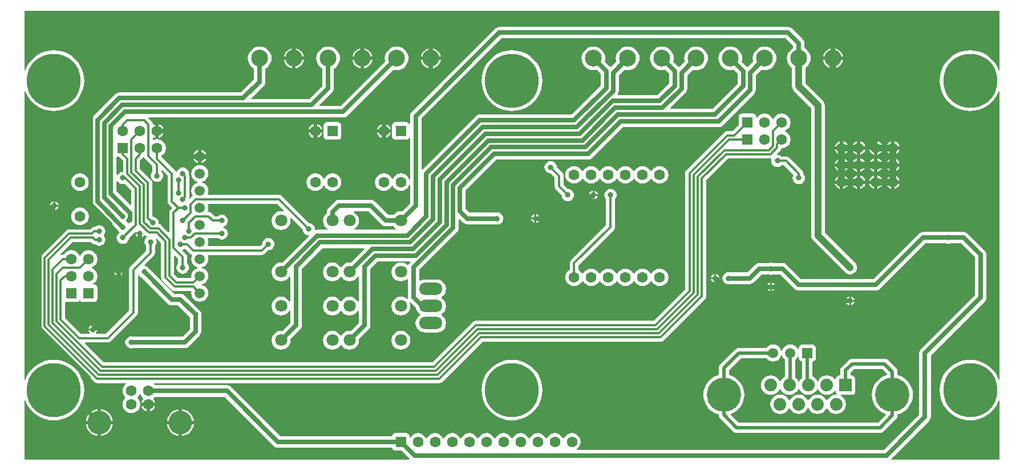
<source format=gbl>
G04 Layer_Physical_Order=2*
G04 Layer_Color=16711680*
%FSLAX44Y44*%
%MOMM*%
G71*
G01*
G75*
%ADD33C,0.3000*%
%ADD34C,1.0000*%
%ADD37C,0.7000*%
%ADD38C,1.6000*%
%ADD39R,1.6000X1.6000*%
%ADD40C,1.5000*%
%ADD41R,1.5000X1.5000*%
%ADD42R,1.6000X1.6000*%
%ADD43O,3.5000X1.8000*%
%ADD44C,2.5000*%
%ADD45R,1.8796X1.8796*%
%ADD46C,1.8796*%
%ADD47C,5.0800*%
%ADD48C,1.8000*%
%ADD49C,3.5000*%
%ADD50C,1.5240*%
%ADD51C,8.0000*%
%ADD52C,0.8000*%
%ADD53C,0.5000*%
G36*
X252539Y312864D02*
X253897Y311822D01*
X254586Y311537D01*
X255396Y310620D01*
X255291Y309921D01*
X254522Y308063D01*
X254092Y304800D01*
X254522Y301537D01*
X255781Y298496D01*
X257785Y295885D01*
X260396Y293881D01*
X263123Y292752D01*
X263123Y292750D01*
Y291450D01*
X263123Y291448D01*
X260396Y290319D01*
X257785Y288315D01*
X255781Y285704D01*
X254522Y282663D01*
X254092Y279400D01*
X254316Y277701D01*
X253202Y276431D01*
X234491D01*
X228456Y282466D01*
Y309888D01*
X229629Y310374D01*
X234744Y305259D01*
Y298340D01*
X233438Y296639D01*
X232532Y294450D01*
X232222Y292100D01*
X232532Y289750D01*
X233438Y287561D01*
X234881Y285681D01*
X236761Y284238D01*
X238951Y283332D01*
X241300Y283022D01*
X243650Y283332D01*
X245839Y284238D01*
X247719Y285681D01*
X249161Y287561D01*
X250068Y289750D01*
X250378Y292100D01*
X250068Y294450D01*
X249161Y296639D01*
X247856Y298340D01*
Y307975D01*
X247633Y309672D01*
X246978Y311253D01*
X245936Y312611D01*
X241316Y317231D01*
X241614Y318729D01*
X242664Y319163D01*
X244365Y320469D01*
X244934D01*
X252539Y312864D01*
D02*
G37*
G36*
X1453607Y585484D02*
X1452337Y585274D01*
X1451664Y587258D01*
X1449055Y592548D01*
X1445777Y597453D01*
X1441888Y601888D01*
X1437453Y605778D01*
X1432548Y609055D01*
X1427258Y611664D01*
X1421672Y613560D01*
X1415886Y614711D01*
X1410000Y615097D01*
X1404114Y614711D01*
X1398328Y613560D01*
X1392742Y611664D01*
X1387452Y609055D01*
X1382547Y605778D01*
X1378112Y601888D01*
X1374223Y597453D01*
X1370945Y592548D01*
X1368336Y587258D01*
X1366440Y581672D01*
X1365289Y575886D01*
X1364903Y570000D01*
X1365289Y564114D01*
X1366440Y558328D01*
X1368336Y552742D01*
X1370945Y547452D01*
X1374223Y542547D01*
X1378112Y538112D01*
X1382547Y534222D01*
X1387452Y530945D01*
X1392742Y528336D01*
X1398328Y526440D01*
X1404114Y525289D01*
X1410000Y524903D01*
X1415886Y525289D01*
X1421672Y526440D01*
X1427258Y528336D01*
X1432548Y530945D01*
X1437453Y534222D01*
X1441888Y538112D01*
X1445777Y542547D01*
X1449055Y547452D01*
X1451664Y552742D01*
X1452337Y554726D01*
X1453607Y554516D01*
Y125484D01*
X1452337Y125274D01*
X1451664Y127258D01*
X1449055Y132548D01*
X1445777Y137453D01*
X1441888Y141888D01*
X1437453Y145778D01*
X1432548Y149055D01*
X1427258Y151664D01*
X1421672Y153560D01*
X1415886Y154711D01*
X1410000Y155097D01*
X1404114Y154711D01*
X1398328Y153560D01*
X1392742Y151664D01*
X1387452Y149055D01*
X1382547Y145778D01*
X1378112Y141888D01*
X1374223Y137453D01*
X1370945Y132548D01*
X1368336Y127258D01*
X1366440Y121672D01*
X1365289Y115886D01*
X1364903Y110000D01*
X1365289Y104114D01*
X1366440Y98328D01*
X1368336Y92742D01*
X1370945Y87452D01*
X1374223Y82547D01*
X1378112Y78112D01*
X1382547Y74222D01*
X1387452Y70945D01*
X1392742Y68336D01*
X1398328Y66440D01*
X1404114Y65289D01*
X1410000Y64903D01*
X1415886Y65289D01*
X1421672Y66440D01*
X1427258Y68336D01*
X1432548Y70945D01*
X1437453Y74222D01*
X1441888Y78112D01*
X1445777Y82547D01*
X1449055Y87452D01*
X1451664Y92742D01*
X1452337Y94726D01*
X1453607Y94516D01*
Y6393D01*
X1293488D01*
X1292962Y7663D01*
X1349087Y63788D01*
X1350450Y65563D01*
X1351306Y67631D01*
X1351598Y69850D01*
X1351598Y69850D01*
Y161549D01*
X1431637Y241588D01*
X1433000Y243363D01*
X1433856Y245431D01*
X1434148Y247650D01*
Y311150D01*
X1433856Y313369D01*
X1433000Y315437D01*
X1431637Y317212D01*
X1406237Y342612D01*
X1404462Y343975D01*
X1402394Y344831D01*
X1400175Y345123D01*
X1380770D01*
X1380300Y345318D01*
X1377950Y345628D01*
X1375600Y345318D01*
X1375130Y345123D01*
X1339850D01*
X1337631Y344831D01*
X1335563Y343975D01*
X1333788Y342612D01*
X1266449Y275273D01*
X1159251D01*
X1138013Y296511D01*
X1136238Y297874D01*
X1134170Y298730D01*
X1131951Y299022D01*
X1117245D01*
X1116775Y299217D01*
X1114425Y299527D01*
X1112076Y299217D01*
X1111605Y299022D01*
X1096899D01*
X1094680Y298730D01*
X1092612Y297874D01*
X1090837Y296511D01*
X1079124Y284798D01*
X1054380D01*
X1053910Y284993D01*
X1051560Y285303D01*
X1049211Y284993D01*
X1047021Y284086D01*
X1045141Y282644D01*
X1043699Y280764D01*
X1042792Y278575D01*
X1042482Y276225D01*
X1042792Y273876D01*
X1043699Y271686D01*
X1045141Y269806D01*
X1047021Y268363D01*
X1049211Y267457D01*
X1051560Y267147D01*
X1053910Y267457D01*
X1054380Y267652D01*
X1082675D01*
X1084894Y267944D01*
X1086962Y268800D01*
X1088737Y270163D01*
X1100450Y281876D01*
X1111605D01*
X1112076Y281681D01*
X1114425Y281371D01*
X1116775Y281681D01*
X1117245Y281876D01*
X1128400D01*
X1149638Y260638D01*
X1151413Y259275D01*
X1153481Y258419D01*
X1155700Y258127D01*
X1270000D01*
X1272219Y258419D01*
X1274287Y259275D01*
X1276062Y260638D01*
X1343401Y327977D01*
X1375130D01*
X1375600Y327782D01*
X1377950Y327472D01*
X1380300Y327782D01*
X1380770Y327977D01*
X1396624D01*
X1417002Y307599D01*
Y251201D01*
X1336963Y171162D01*
X1335600Y169387D01*
X1334744Y167319D01*
X1334452Y165100D01*
Y73401D01*
X1282324Y21273D01*
X827028D01*
X826597Y22543D01*
X828272Y23828D01*
X830355Y26544D01*
X831665Y29706D01*
X832112Y33100D01*
X831665Y36494D01*
X830355Y39656D01*
X828272Y42372D01*
X825556Y44455D01*
X822394Y45765D01*
X819000Y46212D01*
X815606Y45765D01*
X812444Y44455D01*
X809728Y42372D01*
X807645Y39656D01*
X806987Y38069D01*
X805613D01*
X804955Y39656D01*
X802872Y42372D01*
X800156Y44455D01*
X796994Y45765D01*
X793600Y46212D01*
X790206Y45765D01*
X787044Y44455D01*
X784328Y42372D01*
X782244Y39656D01*
X781587Y38069D01*
X780213D01*
X779555Y39656D01*
X777472Y42372D01*
X774756Y44455D01*
X771594Y45765D01*
X768200Y46212D01*
X764806Y45765D01*
X761644Y44455D01*
X758928Y42372D01*
X756844Y39656D01*
X756187Y38069D01*
X754813D01*
X754155Y39656D01*
X752072Y42372D01*
X749356Y44455D01*
X746194Y45765D01*
X742800Y46212D01*
X739406Y45765D01*
X736244Y44455D01*
X733528Y42372D01*
X731444Y39656D01*
X730787Y38069D01*
X729413D01*
X728755Y39656D01*
X726672Y42372D01*
X723956Y44455D01*
X720794Y45765D01*
X717400Y46212D01*
X714006Y45765D01*
X710844Y44455D01*
X708128Y42372D01*
X706044Y39656D01*
X705387Y38069D01*
X704013D01*
X703355Y39656D01*
X701272Y42372D01*
X698556Y44455D01*
X695394Y45765D01*
X692000Y46212D01*
X688606Y45765D01*
X685444Y44455D01*
X682728Y42372D01*
X680645Y39656D01*
X679987Y38069D01*
X678613D01*
X677955Y39656D01*
X675872Y42372D01*
X673156Y44455D01*
X669994Y45765D01*
X666600Y46212D01*
X663206Y45765D01*
X660044Y44455D01*
X657328Y42372D01*
X655245Y39656D01*
X654587Y38069D01*
X653213D01*
X652555Y39656D01*
X650472Y42372D01*
X647756Y44455D01*
X644594Y45765D01*
X641200Y46212D01*
X637806Y45765D01*
X634644Y44455D01*
X631928Y42372D01*
X629845Y39656D01*
X629187Y38069D01*
X627813D01*
X627155Y39656D01*
X625072Y42372D01*
X622356Y44455D01*
X619194Y45765D01*
X615800Y46212D01*
X612406Y45765D01*
X609244Y44455D01*
X606528Y42372D01*
X604445Y39656D01*
X603787Y38069D01*
X602413D01*
X601755Y39656D01*
X599672Y42372D01*
X596956Y44455D01*
X593794Y45765D01*
X590400Y46212D01*
X587006Y45765D01*
X583844Y44455D01*
X581128Y42372D01*
X579368Y40078D01*
X578098Y40509D01*
Y41100D01*
X577710Y43051D01*
X576605Y44705D01*
X574951Y45810D01*
X573000Y46198D01*
X557000D01*
X555049Y45810D01*
X553395Y44705D01*
X552290Y43051D01*
X552016Y41673D01*
X386376D01*
X313275Y114774D01*
X311500Y116137D01*
X309432Y116993D01*
X307213Y117285D01*
X200107D01*
X199572Y117984D01*
X198020Y119174D01*
X198452Y120444D01*
X622300D01*
X623997Y120667D01*
X625578Y121322D01*
X626936Y122364D01*
X686391Y181819D01*
X950431D01*
X952128Y182042D01*
X953709Y182697D01*
X955067Y183739D01*
X1016411Y245083D01*
X1017453Y246441D01*
X1018108Y248022D01*
X1018331Y249719D01*
Y422084D01*
X1050416Y454169D01*
X1113735D01*
X1114236Y454235D01*
X1115098Y453291D01*
X1115165Y453076D01*
X1114872Y450850D01*
X1115182Y448501D01*
X1116088Y446311D01*
X1117531Y444431D01*
X1119411Y442989D01*
X1121600Y442082D01*
X1123950Y441772D01*
X1126300Y442082D01*
X1128489Y442989D01*
X1130190Y444294D01*
X1133934D01*
X1148013Y430216D01*
X1147839Y429989D01*
X1146932Y427799D01*
X1146622Y425450D01*
X1146932Y423101D01*
X1147839Y420911D01*
X1149281Y419031D01*
X1151161Y417589D01*
X1153351Y416682D01*
X1155700Y416372D01*
X1158049Y416682D01*
X1160239Y417589D01*
X1162119Y419031D01*
X1163561Y420911D01*
X1164468Y423101D01*
X1164778Y425450D01*
X1164468Y427799D01*
X1163561Y429989D01*
X1162256Y431690D01*
Y431800D01*
X1162033Y433497D01*
X1161378Y435078D01*
X1160336Y436436D01*
X1141286Y455486D01*
X1139928Y456528D01*
X1138347Y457183D01*
X1136650Y457406D01*
X1130190D01*
X1128489Y458712D01*
X1126300Y459618D01*
X1123999Y459921D01*
X1123720Y460296D01*
X1123343Y461061D01*
X1128236Y465954D01*
X1129278Y467312D01*
X1129933Y468893D01*
X1130016Y469525D01*
X1130300Y469488D01*
X1133694Y469935D01*
X1136856Y471245D01*
X1139572Y473328D01*
X1141655Y476044D01*
X1142965Y479206D01*
X1143412Y482600D01*
X1142965Y485994D01*
X1141655Y489156D01*
X1139572Y491872D01*
X1136856Y493955D01*
X1135269Y494613D01*
Y495987D01*
X1136856Y496645D01*
X1139572Y498728D01*
X1141655Y501444D01*
X1142965Y504606D01*
X1143412Y508000D01*
X1142965Y511394D01*
X1141655Y514556D01*
X1139572Y517272D01*
X1136856Y519356D01*
X1133694Y520665D01*
X1130300Y521112D01*
X1126906Y520665D01*
X1123744Y519356D01*
X1121028Y517272D01*
X1118944Y514556D01*
X1118287Y512969D01*
X1116913D01*
X1116255Y514556D01*
X1114172Y517272D01*
X1111456Y519356D01*
X1108294Y520665D01*
X1104900Y521112D01*
X1101506Y520665D01*
X1098344Y519356D01*
X1095628Y517272D01*
X1093868Y514977D01*
X1092598Y515409D01*
Y516000D01*
X1092210Y517951D01*
X1091105Y519605D01*
X1089451Y520710D01*
X1087500Y521098D01*
X1071500D01*
X1069549Y520710D01*
X1067895Y519605D01*
X1066790Y517951D01*
X1066402Y516000D01*
Y504174D01*
X1057384Y495156D01*
X1050119D01*
X1048422Y494933D01*
X1046841Y494278D01*
X1045483Y493236D01*
X989139Y436892D01*
X988097Y435534D01*
X987442Y433953D01*
X987219Y432256D01*
Y259891D01*
X940259Y212931D01*
X676219D01*
X674522Y212708D01*
X672941Y212053D01*
X671583Y211011D01*
X612129Y151556D01*
X124416D01*
X96376Y179596D01*
X96862Y180769D01*
X130175D01*
X131872Y180992D01*
X133453Y181647D01*
X134811Y182689D01*
X172911Y220789D01*
X173953Y222147D01*
X174608Y223728D01*
X174831Y225425D01*
Y281411D01*
X176101Y281664D01*
X176289Y281211D01*
X177731Y279331D01*
X179611Y277889D01*
X180082Y277694D01*
X219363Y238413D01*
X221138Y237050D01*
X223206Y236194D01*
X225425Y235902D01*
X234574D01*
X251777Y218699D01*
Y200401D01*
X240924Y189548D01*
X167920D01*
X167449Y189743D01*
X165100Y190053D01*
X162750Y189743D01*
X160561Y188836D01*
X158681Y187394D01*
X157239Y185514D01*
X156332Y183325D01*
X156022Y180975D01*
X156332Y178626D01*
X157239Y176436D01*
X158681Y174556D01*
X160561Y173113D01*
X162750Y172207D01*
X165100Y171897D01*
X167449Y172207D01*
X167920Y172402D01*
X244475D01*
X246694Y172694D01*
X248762Y173550D01*
X250537Y174913D01*
X266412Y190788D01*
X267775Y192563D01*
X268631Y194631D01*
X268923Y196850D01*
Y219430D01*
X269118Y219900D01*
X269428Y222250D01*
X269118Y224599D01*
X268211Y226789D01*
X266769Y228669D01*
X264889Y230112D01*
X264418Y230306D01*
X244187Y250537D01*
X242412Y251900D01*
X240344Y252756D01*
X238125Y253048D01*
X228976D01*
X192206Y289818D01*
X192012Y290289D01*
X190569Y292169D01*
X188689Y293612D01*
X186500Y294518D01*
X185118Y294700D01*
X184663Y296041D01*
X198311Y309689D01*
X199353Y311047D01*
X200008Y312628D01*
X200231Y314325D01*
Y323960D01*
X201537Y325661D01*
X202443Y327850D01*
X202753Y330200D01*
X202443Y332550D01*
X201680Y334392D01*
X202757Y335111D01*
X209344Y328524D01*
Y277265D01*
X209567Y275568D01*
X210222Y273987D01*
X211264Y272629D01*
X224654Y259239D01*
X226012Y258197D01*
X227593Y257542D01*
X229290Y257319D01*
X253340D01*
X254376Y256160D01*
X254092Y254000D01*
X254522Y250737D01*
X255781Y247696D01*
X257785Y245085D01*
X260396Y243081D01*
X263437Y241822D01*
X266700Y241392D01*
X269963Y241822D01*
X273004Y243081D01*
X275615Y245085D01*
X277619Y247696D01*
X278878Y250737D01*
X279308Y254000D01*
X278878Y257263D01*
X277619Y260304D01*
X275615Y262915D01*
X273004Y264919D01*
X270277Y266048D01*
X270277Y266050D01*
Y267350D01*
X270277Y267352D01*
X273004Y268481D01*
X275615Y270485D01*
X277619Y273096D01*
X278878Y276137D01*
X279308Y279400D01*
X278878Y282663D01*
X277619Y285704D01*
X275615Y288315D01*
X273004Y290319D01*
X270277Y291448D01*
X270277Y291450D01*
Y292750D01*
X270277Y292752D01*
X273004Y293881D01*
X275615Y295885D01*
X277619Y298496D01*
X278878Y301537D01*
X279308Y304800D01*
X278878Y308063D01*
X278122Y309888D01*
X278828Y310944D01*
X358775D01*
X360472Y311167D01*
X362053Y311822D01*
X363411Y312864D01*
X368523Y317977D01*
X370649Y318257D01*
X372839Y319163D01*
X374719Y320606D01*
X376161Y322486D01*
X377068Y324675D01*
X377378Y327025D01*
X377068Y329375D01*
X376161Y331564D01*
X374719Y333444D01*
X372839Y334887D01*
X370649Y335793D01*
X368300Y336103D01*
X365951Y335793D01*
X363761Y334887D01*
X361881Y333444D01*
X360438Y331564D01*
X359532Y329375D01*
X359252Y327248D01*
X356059Y324056D01*
X278828D01*
X278122Y325112D01*
X278878Y326937D01*
X279308Y330200D01*
X278878Y333463D01*
X278122Y335288D01*
X278828Y336344D01*
X293235D01*
X294936Y335038D01*
X297125Y334132D01*
X299475Y333822D01*
X301824Y334132D01*
X304014Y335038D01*
X305894Y336481D01*
X307336Y338361D01*
X308243Y340550D01*
X308553Y342900D01*
X308243Y345249D01*
X307336Y347439D01*
X305894Y349319D01*
X304014Y350761D01*
X301824Y351668D01*
X300942Y351785D01*
Y353065D01*
X301824Y353182D01*
X304014Y354089D01*
X305894Y355531D01*
X307336Y357411D01*
X308243Y359600D01*
X308553Y361950D01*
X308243Y364300D01*
X307336Y366489D01*
X305894Y368369D01*
X304014Y369812D01*
X301824Y370718D01*
X299475Y371028D01*
X297125Y370718D01*
X294936Y369812D01*
X293235Y368506D01*
X288466D01*
X284036Y372936D01*
X282678Y373978D01*
X281097Y374633D01*
X279400Y374856D01*
X278828D01*
X278122Y375912D01*
X278878Y377737D01*
X279308Y381000D01*
X278878Y384263D01*
X278122Y386088D01*
X278828Y387144D01*
X381459D01*
X392088Y376516D01*
X391368Y375439D01*
X391005Y375590D01*
X387350Y376071D01*
X383695Y375590D01*
X380290Y374179D01*
X377365Y371935D01*
X375121Y369010D01*
X373710Y365605D01*
X373229Y361950D01*
X373710Y358295D01*
X375121Y354890D01*
X377365Y351965D01*
X380290Y349721D01*
X383695Y348310D01*
X387350Y347829D01*
X391005Y348310D01*
X394410Y349721D01*
X397335Y351965D01*
X399579Y354890D01*
X400990Y358295D01*
X401471Y361950D01*
X400990Y365605D01*
X400839Y365968D01*
X401916Y366688D01*
X419577Y349026D01*
X419857Y346900D01*
X420764Y344711D01*
X422206Y342831D01*
X424086Y341389D01*
X426275Y340482D01*
X427942Y340262D01*
X428397Y338921D01*
X389114Y299639D01*
X387350Y299871D01*
X383695Y299390D01*
X380290Y297979D01*
X377365Y295735D01*
X375121Y292810D01*
X373710Y289405D01*
X373229Y285750D01*
X373710Y282095D01*
X375121Y278690D01*
X377365Y275765D01*
X380290Y273521D01*
X383695Y272110D01*
X387350Y271629D01*
X391005Y272110D01*
X394410Y273521D01*
X397335Y275765D01*
X399579Y278690D01*
X399732Y279058D01*
X401002Y278806D01*
Y241894D01*
X399732Y241642D01*
X399579Y242010D01*
X397335Y244935D01*
X394410Y247179D01*
X391005Y248590D01*
X387350Y249071D01*
X383695Y248590D01*
X380290Y247179D01*
X377365Y244935D01*
X375121Y242010D01*
X373710Y238605D01*
X373229Y234950D01*
X373710Y231295D01*
X375121Y227890D01*
X377365Y224965D01*
X380290Y222721D01*
X383695Y221310D01*
X387350Y220829D01*
X391005Y221310D01*
X394410Y222721D01*
X397335Y224965D01*
X399579Y227890D01*
X399732Y228258D01*
X401002Y228006D01*
Y209926D01*
X389114Y198039D01*
X387350Y198271D01*
X383695Y197790D01*
X380290Y196379D01*
X377365Y194135D01*
X375121Y191210D01*
X373710Y187805D01*
X373229Y184150D01*
X373710Y180495D01*
X375121Y177090D01*
X377365Y174165D01*
X380290Y171921D01*
X383695Y170510D01*
X387350Y170029D01*
X391005Y170510D01*
X394410Y171921D01*
X397335Y174165D01*
X399579Y177090D01*
X400990Y180495D01*
X401471Y184150D01*
X401239Y185914D01*
X415637Y200313D01*
X417000Y202088D01*
X417856Y204156D01*
X418148Y206375D01*
Y290282D01*
X449018Y321152D01*
X510568D01*
X511054Y319978D01*
X490714Y299639D01*
X488950Y299871D01*
X485295Y299390D01*
X481890Y297979D01*
X478965Y295735D01*
X477002Y293176D01*
X476659Y293074D01*
X475841D01*
X475498Y293176D01*
X473535Y295735D01*
X470610Y297979D01*
X467205Y299390D01*
X463550Y299871D01*
X459895Y299390D01*
X456490Y297979D01*
X453565Y295735D01*
X451321Y292810D01*
X449910Y289405D01*
X449429Y285750D01*
X449910Y282095D01*
X451321Y278690D01*
X453565Y275765D01*
X456490Y273521D01*
X459895Y272110D01*
X463550Y271629D01*
X467205Y272110D01*
X470610Y273521D01*
X473535Y275765D01*
X475498Y278323D01*
X475841Y278426D01*
X476659D01*
X477002Y278323D01*
X478965Y275765D01*
X481890Y273521D01*
X485295Y272110D01*
X488950Y271629D01*
X492605Y272110D01*
X496010Y273521D01*
X498935Y275765D01*
X501179Y278690D01*
X501332Y279058D01*
X502602Y278806D01*
Y241894D01*
X501332Y241642D01*
X501179Y242010D01*
X498935Y244935D01*
X496010Y247179D01*
X492605Y248590D01*
X488950Y249071D01*
X485295Y248590D01*
X481890Y247179D01*
X478965Y244935D01*
X477002Y242376D01*
X476659Y242274D01*
X475841D01*
X475498Y242376D01*
X473535Y244935D01*
X470610Y247179D01*
X467205Y248590D01*
X463550Y249071D01*
X459895Y248590D01*
X456490Y247179D01*
X453565Y244935D01*
X451321Y242010D01*
X449910Y238605D01*
X449429Y234950D01*
X449910Y231295D01*
X451321Y227890D01*
X453565Y224965D01*
X456490Y222721D01*
X459895Y221310D01*
X463550Y220829D01*
X467205Y221310D01*
X470610Y222721D01*
X473535Y224965D01*
X475498Y227523D01*
X475841Y227626D01*
X476659D01*
X477002Y227523D01*
X478965Y224965D01*
X481890Y222721D01*
X485295Y221310D01*
X488950Y220829D01*
X492605Y221310D01*
X496010Y222721D01*
X498935Y224965D01*
X501179Y227890D01*
X501332Y228258D01*
X502602Y228006D01*
Y209926D01*
X490714Y198039D01*
X488950Y198271D01*
X485295Y197790D01*
X481890Y196379D01*
X478965Y194135D01*
X477002Y191576D01*
X476659Y191474D01*
X475841D01*
X475498Y191576D01*
X473535Y194135D01*
X470610Y196379D01*
X467205Y197790D01*
X463550Y198271D01*
X459895Y197790D01*
X456490Y196379D01*
X453565Y194135D01*
X451321Y191210D01*
X449910Y187805D01*
X449429Y184150D01*
X449910Y180495D01*
X451321Y177090D01*
X453565Y174165D01*
X456490Y171921D01*
X459895Y170510D01*
X463550Y170029D01*
X467205Y170510D01*
X470610Y171921D01*
X473535Y174165D01*
X475498Y176723D01*
X475841Y176826D01*
X476659D01*
X477002Y176723D01*
X478965Y174165D01*
X481890Y171921D01*
X485295Y170510D01*
X488950Y170029D01*
X492605Y170510D01*
X496010Y171921D01*
X498935Y174165D01*
X501179Y177090D01*
X502590Y180495D01*
X503071Y184150D01*
X502839Y185914D01*
X517237Y200313D01*
X518600Y202088D01*
X519456Y204156D01*
X519748Y206375D01*
Y290282D01*
X530618Y301152D01*
X578886D01*
X579372Y299978D01*
X578138Y298744D01*
X576775Y296968D01*
X576430Y296134D01*
X575755Y295926D01*
X574949Y295878D01*
X572210Y297979D01*
X568805Y299390D01*
X565150Y299871D01*
X561495Y299390D01*
X558090Y297979D01*
X555165Y295735D01*
X552921Y292810D01*
X551510Y289405D01*
X551029Y285750D01*
X551510Y282095D01*
X552921Y278690D01*
X555165Y275765D01*
X558090Y273521D01*
X561495Y272110D01*
X565150Y271629D01*
X568805Y272110D01*
X572210Y273521D01*
X574357Y275168D01*
X575627Y274542D01*
Y247650D01*
X575845Y245991D01*
X574655Y245303D01*
X572210Y247179D01*
X568805Y248590D01*
X565150Y249071D01*
X561495Y248590D01*
X558090Y247179D01*
X555165Y244935D01*
X552921Y242010D01*
X551510Y238605D01*
X551029Y234950D01*
X551510Y231295D01*
X552921Y227890D01*
X555165Y224965D01*
X558090Y222721D01*
X561495Y221310D01*
X565150Y220829D01*
X568805Y221310D01*
X572210Y222721D01*
X575135Y224965D01*
X577379Y227890D01*
X578790Y231295D01*
X579271Y234950D01*
X578790Y238605D01*
X578411Y239518D01*
X579488Y240238D01*
X587313Y232412D01*
X587460Y231295D01*
X588871Y227890D01*
X591115Y224965D01*
X593674Y223002D01*
X593776Y222659D01*
Y221841D01*
X593674Y221498D01*
X591115Y219535D01*
X588871Y216610D01*
X587460Y213205D01*
X586979Y209550D01*
X587460Y205895D01*
X588871Y202490D01*
X591115Y199565D01*
X594040Y197321D01*
X597445Y195910D01*
X601100Y195429D01*
X618100D01*
X621755Y195910D01*
X625160Y197321D01*
X628085Y199565D01*
X630329Y202490D01*
X631740Y205895D01*
X632221Y209550D01*
X631740Y213205D01*
X630329Y216610D01*
X628085Y219535D01*
X625527Y221498D01*
X625424Y221841D01*
Y222659D01*
X625527Y223002D01*
X628085Y224965D01*
X630329Y227890D01*
X631740Y231295D01*
X632221Y234950D01*
X631740Y238605D01*
X630329Y242010D01*
X628085Y244935D01*
X625527Y246898D01*
X625424Y247241D01*
Y248059D01*
X625527Y248402D01*
X628085Y250365D01*
X630329Y253290D01*
X631740Y256695D01*
X632221Y260350D01*
X631740Y264005D01*
X630329Y267410D01*
X628085Y270335D01*
X625160Y272579D01*
X621755Y273990D01*
X618100Y274471D01*
X601100D01*
X597445Y273990D01*
X594040Y272579D01*
X593912Y272481D01*
X592773Y273043D01*
Y289130D01*
X648837Y345194D01*
X650200Y346970D01*
X651056Y349038D01*
X651348Y351256D01*
Y363568D01*
X652522Y364054D01*
X657513Y359063D01*
X659288Y357700D01*
X661356Y356844D01*
X663575Y356552D01*
X705205D01*
X705676Y356357D01*
X708025Y356047D01*
X710375Y356357D01*
X712564Y357263D01*
X714444Y358706D01*
X715887Y360586D01*
X716793Y362775D01*
X717103Y365125D01*
X716793Y367475D01*
X715887Y369664D01*
X714444Y371544D01*
X712564Y372986D01*
X710375Y373893D01*
X708025Y374203D01*
X705676Y373893D01*
X705205Y373698D01*
X667126D01*
X661348Y379476D01*
Y407063D01*
X706887Y452602D01*
X843036D01*
X845255Y452894D01*
X847322Y453750D01*
X849098Y455113D01*
X895162Y501177D01*
X1036800D01*
X1039019Y501469D01*
X1041087Y502325D01*
X1042862Y503688D01*
X1089212Y550038D01*
X1090575Y551813D01*
X1091431Y553881D01*
X1091723Y556100D01*
Y577949D01*
X1100172Y586397D01*
X1101469Y586003D01*
X1104900Y585665D01*
X1108331Y586003D01*
X1111629Y587004D01*
X1114669Y588629D01*
X1117334Y590816D01*
X1119521Y593480D01*
X1121146Y596521D01*
X1122147Y599819D01*
X1122485Y603250D01*
X1122147Y606681D01*
X1121146Y609979D01*
X1119521Y613019D01*
X1117334Y615684D01*
X1114669Y617871D01*
X1111629Y619496D01*
X1108331Y620497D01*
X1104900Y620835D01*
X1101469Y620497D01*
X1098171Y619496D01*
X1095130Y617871D01*
X1092466Y615684D01*
X1090279Y613019D01*
X1088654Y609979D01*
X1087653Y606681D01*
X1087315Y603250D01*
X1087653Y599819D01*
X1088047Y598521D01*
X1080279Y590753D01*
X1078602Y590873D01*
X1070953Y598521D01*
X1071347Y599819D01*
X1071685Y603250D01*
X1071347Y606681D01*
X1070346Y609979D01*
X1068721Y613019D01*
X1066534Y615684D01*
X1063869Y617871D01*
X1060829Y619496D01*
X1057531Y620497D01*
X1054100Y620835D01*
X1050669Y620497D01*
X1047371Y619496D01*
X1044331Y617871D01*
X1041666Y615684D01*
X1039479Y613019D01*
X1037854Y609979D01*
X1036853Y606681D01*
X1036515Y603250D01*
X1036853Y599819D01*
X1037854Y596521D01*
X1039479Y593480D01*
X1041666Y590816D01*
X1044331Y588629D01*
X1047371Y587004D01*
X1050669Y586003D01*
X1054100Y585665D01*
X1057531Y586003D01*
X1058829Y586397D01*
X1064577Y580649D01*
Y565526D01*
X1027374Y528323D01*
X965824D01*
X965338Y529497D01*
X987612Y551771D01*
X988975Y553546D01*
X989831Y555614D01*
X990123Y557833D01*
Y577949D01*
X998571Y586397D01*
X999869Y586003D01*
X1003300Y585665D01*
X1006731Y586003D01*
X1010029Y587004D01*
X1013070Y588629D01*
X1015734Y590816D01*
X1017921Y593480D01*
X1019546Y596521D01*
X1020547Y599819D01*
X1020885Y603250D01*
X1020547Y606681D01*
X1019546Y609979D01*
X1017921Y613019D01*
X1015734Y615684D01*
X1013070Y617871D01*
X1010029Y619496D01*
X1006731Y620497D01*
X1003300Y620835D01*
X999869Y620497D01*
X996571Y619496D01*
X993531Y617871D01*
X990866Y615684D01*
X988679Y613019D01*
X987054Y609979D01*
X986053Y606681D01*
X985715Y603250D01*
X986053Y599819D01*
X986447Y598521D01*
X978679Y590753D01*
X977002Y590873D01*
X969353Y598521D01*
X969747Y599819D01*
X970085Y603250D01*
X969747Y606681D01*
X968746Y609979D01*
X967121Y613019D01*
X964934Y615684D01*
X962270Y617871D01*
X959229Y619496D01*
X955931Y620497D01*
X952500Y620835D01*
X949069Y620497D01*
X945771Y619496D01*
X942730Y617871D01*
X940066Y615684D01*
X937879Y613019D01*
X936254Y609979D01*
X935253Y606681D01*
X934915Y603250D01*
X935253Y599819D01*
X936254Y596521D01*
X937879Y593480D01*
X940066Y590816D01*
X942730Y588629D01*
X945771Y587004D01*
X949069Y586003D01*
X952500Y585665D01*
X955931Y586003D01*
X957228Y586397D01*
X962977Y580649D01*
Y565526D01*
X945774Y548323D01*
X887404D01*
X886778Y549593D01*
X887375Y550371D01*
X888231Y552439D01*
X888523Y554658D01*
Y577949D01*
X896972Y586397D01*
X898269Y586003D01*
X901700Y585665D01*
X905131Y586003D01*
X908429Y587004D01*
X911469Y588629D01*
X914134Y590816D01*
X916321Y593480D01*
X917946Y596521D01*
X918947Y599819D01*
X919285Y603250D01*
X918947Y606681D01*
X917946Y609979D01*
X916321Y613019D01*
X914134Y615684D01*
X911469Y617871D01*
X908429Y619496D01*
X905131Y620497D01*
X901700Y620835D01*
X898269Y620497D01*
X894971Y619496D01*
X891930Y617871D01*
X889266Y615684D01*
X887079Y613019D01*
X885454Y609979D01*
X884453Y606681D01*
X884115Y603250D01*
X884453Y599819D01*
X884847Y598521D01*
X877079Y590753D01*
X875402Y590873D01*
X867753Y598521D01*
X868147Y599819D01*
X868485Y603250D01*
X868147Y606681D01*
X867146Y609979D01*
X865521Y613019D01*
X863334Y615684D01*
X860669Y617871D01*
X857629Y619496D01*
X854331Y620497D01*
X850900Y620835D01*
X847469Y620497D01*
X844171Y619496D01*
X841131Y617871D01*
X838466Y615684D01*
X836279Y613019D01*
X834654Y609979D01*
X833653Y606681D01*
X833315Y603250D01*
X833653Y599819D01*
X834654Y596521D01*
X836279Y593480D01*
X838466Y590816D01*
X841131Y588629D01*
X844171Y587004D01*
X847469Y586003D01*
X850900Y585665D01*
X854331Y586003D01*
X855629Y586397D01*
X861377Y580649D01*
Y562351D01*
X818774Y519748D01*
X682625D01*
X680406Y519456D01*
X678338Y518600D01*
X676563Y517237D01*
X597218Y437893D01*
X595948Y438419D01*
Y513974D01*
X714751Y632777D01*
X1136274D01*
X1147127Y621924D01*
Y618511D01*
X1145930Y617871D01*
X1143266Y615684D01*
X1141079Y613019D01*
X1139454Y609979D01*
X1138453Y606681D01*
X1138115Y603250D01*
X1138453Y599819D01*
X1139454Y596521D01*
X1141079Y593480D01*
X1143266Y590816D01*
X1145614Y588889D01*
Y561975D01*
X1145957Y559365D01*
X1146965Y556932D01*
X1148568Y554843D01*
X1174189Y529222D01*
Y339725D01*
X1174532Y337114D01*
X1175540Y334682D01*
X1177143Y332593D01*
X1224768Y284968D01*
X1226857Y283365D01*
X1229289Y282357D01*
X1231900Y282014D01*
X1234510Y282357D01*
X1236943Y283365D01*
X1239032Y284968D01*
X1240635Y287057D01*
X1241643Y289489D01*
X1241986Y292100D01*
X1241643Y294711D01*
X1240635Y297143D01*
X1239032Y299232D01*
X1194361Y343903D01*
Y533400D01*
X1194018Y536011D01*
X1193010Y538443D01*
X1191407Y540532D01*
X1165786Y566153D01*
Y588889D01*
X1168134Y590816D01*
X1170321Y593480D01*
X1171946Y596521D01*
X1172947Y599819D01*
X1173285Y603250D01*
X1172947Y606681D01*
X1171946Y609979D01*
X1170321Y613019D01*
X1168134Y615684D01*
X1165470Y617871D01*
X1164273Y618511D01*
Y625475D01*
X1163981Y627694D01*
X1163125Y629762D01*
X1161762Y631537D01*
X1145887Y647412D01*
X1144112Y648775D01*
X1142044Y649631D01*
X1139825Y649923D01*
X711200D01*
X708981Y649631D01*
X706913Y648775D01*
X705138Y647412D01*
X581313Y523587D01*
X579950Y521812D01*
X579094Y519744D01*
X578802Y517525D01*
Y506127D01*
X577532Y505742D01*
X576755Y506905D01*
X575101Y508010D01*
X573150Y508398D01*
X557150D01*
X555199Y508010D01*
X553545Y506905D01*
X552440Y505251D01*
X552052Y503300D01*
Y487300D01*
X552440Y485349D01*
X553545Y483695D01*
X555199Y482590D01*
X557150Y482202D01*
X573150D01*
X575101Y482590D01*
X576755Y483695D01*
X577532Y484858D01*
X578802Y484473D01*
Y423431D01*
X577532Y423178D01*
X576505Y425656D01*
X574422Y428372D01*
X571706Y430456D01*
X568544Y431765D01*
X565150Y432212D01*
X561756Y431765D01*
X558594Y430456D01*
X555878Y428372D01*
X553795Y425656D01*
X553137Y424069D01*
X551763D01*
X551105Y425656D01*
X549022Y428372D01*
X546306Y430456D01*
X543144Y431765D01*
X539750Y432212D01*
X536356Y431765D01*
X533194Y430456D01*
X530478Y428372D01*
X528395Y425656D01*
X527085Y422494D01*
X526638Y419100D01*
X527085Y415706D01*
X528395Y412544D01*
X530478Y409828D01*
X533194Y407744D01*
X536356Y406435D01*
X539750Y405988D01*
X543144Y406435D01*
X546306Y407744D01*
X549022Y409828D01*
X551105Y412544D01*
X551763Y414131D01*
X553137D01*
X553795Y412544D01*
X555878Y409828D01*
X558594Y407744D01*
X561756Y406435D01*
X565150Y405988D01*
X568544Y406435D01*
X571706Y407744D01*
X574422Y409828D01*
X576505Y412544D01*
X577532Y415022D01*
X578802Y414769D01*
Y387726D01*
X566914Y375839D01*
X565150Y376071D01*
X561495Y375590D01*
X558090Y374179D01*
X555165Y371935D01*
X554082Y370523D01*
X546476D01*
X526762Y390237D01*
X524987Y391600D01*
X522919Y392456D01*
X520700Y392748D01*
X473075D01*
X470856Y392456D01*
X468788Y391600D01*
X467013Y390237D01*
X457488Y380712D01*
X456125Y378937D01*
X455269Y376869D01*
X454977Y374650D01*
Y373018D01*
X453565Y371935D01*
X451321Y369010D01*
X449910Y365605D01*
X449429Y361950D01*
X449910Y358295D01*
X451321Y354890D01*
X453565Y351965D01*
X456490Y349721D01*
X456858Y349568D01*
X456606Y348298D01*
X441325D01*
X439106Y348006D01*
X438622Y347806D01*
X437614Y348579D01*
X437703Y349250D01*
X437393Y351600D01*
X436487Y353789D01*
X435044Y355669D01*
X433164Y357112D01*
X430975Y358018D01*
X428848Y358298D01*
X388811Y398336D01*
X387453Y399378D01*
X385872Y400033D01*
X384175Y400256D01*
X278828D01*
X278122Y401312D01*
X278878Y403137D01*
X279308Y406400D01*
X278878Y409663D01*
X277619Y412704D01*
X275615Y415315D01*
X273004Y417319D01*
X270277Y418448D01*
X270277Y418450D01*
Y419750D01*
X270277Y419752D01*
X273004Y420881D01*
X275615Y422885D01*
X277619Y425496D01*
X278878Y428537D01*
X279308Y431800D01*
X278878Y435063D01*
X277619Y438104D01*
X275615Y440715D01*
X273004Y442719D01*
X269963Y443978D01*
X266700Y444408D01*
X263437Y443978D01*
X260396Y442719D01*
X257785Y440715D01*
X255781Y438104D01*
X254522Y435063D01*
X254092Y431800D01*
X254522Y428537D01*
X255781Y425496D01*
X257785Y422885D01*
X260396Y420881D01*
X263123Y419752D01*
X263123Y419750D01*
Y418450D01*
X263123Y418448D01*
X260396Y417319D01*
X257785Y415315D01*
X255781Y412704D01*
X254522Y409663D01*
X254092Y406400D01*
X254522Y403137D01*
X255781Y400096D01*
X256607Y399021D01*
X255714Y398336D01*
X251933Y394555D01*
X250895Y395135D01*
X250815Y395233D01*
X251031Y396875D01*
Y428625D01*
X250808Y430322D01*
X250334Y431466D01*
X250378Y431800D01*
X250068Y434150D01*
X249161Y436339D01*
X247719Y438219D01*
X245839Y439661D01*
X243650Y440568D01*
X241300Y440878D01*
X238951Y440568D01*
X236761Y439661D01*
X234881Y438219D01*
X233438Y436339D01*
X232697Y434548D01*
X231363Y434461D01*
X231358Y434463D01*
X231103Y435078D01*
X230061Y436436D01*
X209756Y456741D01*
Y458545D01*
X212472Y460628D01*
X214555Y463344D01*
X215865Y466506D01*
X216312Y469900D01*
X215865Y473294D01*
X214555Y476456D01*
X212472Y479172D01*
X209756Y481255D01*
X206594Y482565D01*
X203200Y483012D01*
X199806Y482565D01*
X198112Y481864D01*
X197056Y482569D01*
Y485262D01*
X198326Y485910D01*
X200448Y485031D01*
X200700Y484998D01*
Y495300D01*
Y505602D01*
X200448Y505569D01*
X198326Y504690D01*
X198092Y504715D01*
X197237Y505154D01*
X196979Y505412D01*
X196833Y506522D01*
X196178Y508103D01*
X195136Y509461D01*
X190468Y514128D01*
X190954Y515302D01*
X479425D01*
X481644Y515594D01*
X483712Y516450D01*
X485487Y517813D01*
X554072Y586397D01*
X555369Y586003D01*
X558800Y585665D01*
X562231Y586003D01*
X565529Y587004D01*
X568569Y588629D01*
X571234Y590816D01*
X573421Y593480D01*
X575046Y596521D01*
X576047Y599819D01*
X576385Y603250D01*
X576047Y606681D01*
X575046Y609979D01*
X573421Y613019D01*
X571234Y615684D01*
X568569Y617871D01*
X565529Y619496D01*
X562231Y620497D01*
X558800Y620835D01*
X555369Y620497D01*
X552071Y619496D01*
X549030Y617871D01*
X546366Y615684D01*
X544179Y613019D01*
X542554Y609979D01*
X541553Y606681D01*
X541215Y603250D01*
X541553Y599819D01*
X541947Y598521D01*
X475874Y532448D01*
X444632D01*
X444146Y533622D01*
X463262Y552738D01*
X464625Y554513D01*
X465481Y556581D01*
X465773Y558800D01*
Y587990D01*
X466969Y588629D01*
X469634Y590816D01*
X471821Y593480D01*
X473446Y596521D01*
X474447Y599819D01*
X474785Y603250D01*
X474447Y606681D01*
X473446Y609979D01*
X471821Y613019D01*
X469634Y615684D01*
X466969Y617871D01*
X463929Y619496D01*
X460631Y620497D01*
X457200Y620835D01*
X453769Y620497D01*
X450471Y619496D01*
X447430Y617871D01*
X444766Y615684D01*
X442579Y613019D01*
X440954Y609979D01*
X439953Y606681D01*
X439615Y603250D01*
X439953Y599819D01*
X440954Y596521D01*
X442579Y593480D01*
X444766Y590816D01*
X447430Y588629D01*
X448627Y587990D01*
Y562351D01*
X428724Y542448D01*
X343507D01*
X343021Y543622D01*
X361662Y562263D01*
X363025Y564038D01*
X363881Y566106D01*
X364173Y568325D01*
Y587990D01*
X365369Y588629D01*
X368034Y590816D01*
X370221Y593480D01*
X371846Y596521D01*
X372847Y599819D01*
X373185Y603250D01*
X372847Y606681D01*
X371846Y609979D01*
X370221Y613019D01*
X368034Y615684D01*
X365369Y617871D01*
X362329Y619496D01*
X359031Y620497D01*
X355600Y620835D01*
X352169Y620497D01*
X348871Y619496D01*
X345830Y617871D01*
X343166Y615684D01*
X340979Y613019D01*
X339354Y609979D01*
X338353Y606681D01*
X338015Y603250D01*
X338353Y599819D01*
X339354Y596521D01*
X340979Y593480D01*
X343166Y590816D01*
X345830Y588629D01*
X347027Y587990D01*
Y571876D01*
X327599Y552448D01*
X147291D01*
X145072Y552156D01*
X143004Y551300D01*
X141229Y549937D01*
X108713Y517421D01*
X107350Y515646D01*
X106494Y513578D01*
X106202Y511359D01*
Y390050D01*
X106494Y387831D01*
X107350Y385763D01*
X108713Y383988D01*
X144344Y348357D01*
X144538Y347886D01*
X145981Y346006D01*
X146917Y345288D01*
Y343687D01*
X145981Y342969D01*
X144538Y341089D01*
X143632Y338899D01*
X143322Y336550D01*
X143632Y334201D01*
X144538Y332011D01*
X145981Y330131D01*
X147861Y328689D01*
X150050Y327782D01*
X152400Y327472D01*
X154749Y327782D01*
X156939Y328689D01*
X158819Y330131D01*
X160261Y332011D01*
X161168Y334201D01*
X161448Y336327D01*
X169995Y344873D01*
X171319Y344596D01*
X171414Y344496D01*
X171371Y344170D01*
X177800D01*
Y342900D01*
X179070D01*
Y336471D01*
X179507Y336528D01*
X181098Y337187D01*
X182464Y338236D01*
X183513Y339602D01*
X183787Y340264D01*
X185285Y340562D01*
X186208Y339639D01*
X187566Y338597D01*
X187684Y338548D01*
X187876Y337094D01*
X187256Y336619D01*
X185814Y334739D01*
X184907Y332550D01*
X184597Y330200D01*
X184907Y327850D01*
X185814Y325661D01*
X187119Y323960D01*
Y317041D01*
X163639Y293561D01*
X162597Y292203D01*
X161942Y290622D01*
X161719Y288925D01*
Y228141D01*
X127459Y193881D01*
X112772D01*
X112341Y195151D01*
X112614Y195361D01*
X113663Y196727D01*
X114322Y198318D01*
X114379Y198755D01*
X101521D01*
X101578Y198318D01*
X102237Y196727D01*
X103286Y195361D01*
X103559Y195151D01*
X103128Y193881D01*
X90576D01*
X66881Y217576D01*
Y240163D01*
X67863Y240969D01*
X68200Y240902D01*
X84200D01*
X86151Y241290D01*
X87805Y242395D01*
X88265Y243084D01*
X89535D01*
X89995Y242395D01*
X91649Y241290D01*
X93600Y240902D01*
X109600D01*
X111551Y241290D01*
X113205Y242395D01*
X114310Y244049D01*
X114698Y246000D01*
Y262000D01*
X114310Y263951D01*
X113205Y265605D01*
X111551Y266710D01*
X109600Y267098D01*
X109009D01*
X108577Y268368D01*
X110872Y270128D01*
X112955Y272844D01*
X114265Y276006D01*
X114712Y279400D01*
X114265Y282794D01*
X112955Y285956D01*
X110872Y288672D01*
X108156Y290756D01*
X106569Y291413D01*
Y292787D01*
X108156Y293444D01*
X110872Y295528D01*
X112955Y298244D01*
X114265Y301406D01*
X114712Y304800D01*
X114265Y308194D01*
X112955Y311356D01*
X110872Y314072D01*
X108156Y316155D01*
X104994Y317465D01*
X101600Y317912D01*
X98206Y317465D01*
X95044Y316155D01*
X92328Y314072D01*
X90245Y311356D01*
X89587Y309769D01*
X88213D01*
X87555Y311356D01*
X85472Y314072D01*
X82756Y316155D01*
X79594Y317465D01*
X76200Y317912D01*
X72806Y317465D01*
X69644Y316155D01*
X66928Y314072D01*
X64844Y311356D01*
X63500D01*
X61803Y311133D01*
X60222Y310478D01*
X59937Y310259D01*
X59098Y311216D01*
X77876Y329994D01*
X105234D01*
X106489Y328739D01*
X107847Y327697D01*
X109428Y327042D01*
X111125Y326819D01*
X111235D01*
X112936Y325513D01*
X115126Y324607D01*
X117475Y324297D01*
X119824Y324607D01*
X122014Y325513D01*
X123894Y326956D01*
X125337Y328836D01*
X126243Y331026D01*
X126553Y333375D01*
X126243Y335724D01*
X125337Y337914D01*
X123947Y339725D01*
X125337Y341536D01*
X126243Y343726D01*
X126553Y346075D01*
X126243Y348424D01*
X125337Y350614D01*
X123894Y352494D01*
X122014Y353937D01*
X119824Y354843D01*
X117475Y355153D01*
X115126Y354843D01*
X112936Y353937D01*
X111235Y352631D01*
X110232D01*
X108535Y352408D01*
X106954Y351753D01*
X105597Y350711D01*
X103992Y349106D01*
X72675D01*
X70978Y348883D01*
X69397Y348228D01*
X68039Y347186D01*
X31689Y310836D01*
X30647Y309478D01*
X29992Y307897D01*
X29769Y306200D01*
Y204919D01*
X29992Y203222D01*
X30647Y201641D01*
X31689Y200283D01*
X109608Y122364D01*
X110966Y121322D01*
X112547Y120667D01*
X114244Y120444D01*
X156948D01*
X157379Y119174D01*
X155828Y117984D01*
X153744Y115268D01*
X152435Y112106D01*
X151988Y108712D01*
X152435Y105318D01*
X153744Y102156D01*
X155828Y99440D01*
Y98172D01*
X153744Y95456D01*
X152435Y92294D01*
X151988Y88900D01*
X152435Y85506D01*
X153744Y82344D01*
X155828Y79628D01*
X158544Y77544D01*
X161706Y76235D01*
X165100Y75788D01*
X168494Y76235D01*
X171656Y77544D01*
X174372Y79628D01*
X176455Y82344D01*
X177765Y85506D01*
X178212Y88900D01*
X177765Y92294D01*
X176455Y95456D01*
X174532Y97963D01*
X174372Y98796D01*
Y98816D01*
X174532Y99649D01*
X176455Y102156D01*
X177065Y103628D01*
X178335D01*
X178944Y102156D01*
X181028Y99440D01*
X182832Y98056D01*
Y96455D01*
X182783Y96417D01*
X181093Y94215D01*
X180031Y91651D01*
X179998Y91400D01*
X200602D01*
X200569Y91651D01*
X199507Y94215D01*
X197817Y96417D01*
X197768Y96455D01*
Y98056D01*
X199572Y99440D01*
X200107Y100139D01*
X303662D01*
X376763Y27038D01*
X378538Y25675D01*
X380606Y24819D01*
X382825Y24527D01*
X552016D01*
X552290Y23149D01*
X553395Y21495D01*
X555049Y20390D01*
X557000Y20002D01*
X565973D01*
X578313Y7663D01*
X577787Y6393D01*
X6393D01*
Y94516D01*
X7663Y94726D01*
X8336Y92742D01*
X10945Y87452D01*
X14223Y82547D01*
X18112Y78112D01*
X22547Y74222D01*
X27452Y70945D01*
X32742Y68336D01*
X38328Y66440D01*
X44114Y65289D01*
X50000Y64903D01*
X55886Y65289D01*
X61672Y66440D01*
X67258Y68336D01*
X72548Y70945D01*
X77453Y74222D01*
X81888Y78112D01*
X85778Y82547D01*
X89055Y87452D01*
X91664Y92742D01*
X93560Y98328D01*
X94711Y104114D01*
X95097Y110000D01*
X94711Y115886D01*
X93560Y121672D01*
X91664Y127258D01*
X89055Y132548D01*
X85778Y137453D01*
X81888Y141888D01*
X77453Y145778D01*
X72548Y149055D01*
X67258Y151664D01*
X61672Y153560D01*
X55886Y154711D01*
X50000Y155097D01*
X44114Y154711D01*
X38328Y153560D01*
X32742Y151664D01*
X27452Y149055D01*
X22547Y145778D01*
X18112Y141888D01*
X14223Y137453D01*
X10945Y132548D01*
X8336Y127258D01*
X7663Y125274D01*
X6393Y125484D01*
Y554516D01*
X7663Y554726D01*
X8336Y552742D01*
X10945Y547452D01*
X14223Y542547D01*
X18112Y538112D01*
X22547Y534222D01*
X27452Y530945D01*
X32742Y528336D01*
X38328Y526440D01*
X44114Y525289D01*
X50000Y524903D01*
X55886Y525289D01*
X61672Y526440D01*
X67258Y528336D01*
X72548Y530945D01*
X77453Y534222D01*
X81888Y538112D01*
X85778Y542547D01*
X89055Y547452D01*
X91664Y552742D01*
X93560Y558328D01*
X94711Y564114D01*
X95097Y570000D01*
X94711Y575886D01*
X93560Y581672D01*
X91664Y587258D01*
X89055Y592548D01*
X85778Y597453D01*
X81888Y601888D01*
X77453Y605778D01*
X72548Y609055D01*
X67258Y611664D01*
X61672Y613560D01*
X55886Y614711D01*
X50000Y615097D01*
X44114Y614711D01*
X38328Y613560D01*
X32742Y611664D01*
X27452Y609055D01*
X22547Y605778D01*
X18112Y601888D01*
X14223Y597453D01*
X10945Y592548D01*
X8336Y587258D01*
X7663Y585274D01*
X6393Y585484D01*
Y673607D01*
X1453607D01*
Y585484D01*
D02*
G37*
G36*
X144618Y420807D02*
X145981Y419031D01*
X147861Y417589D01*
X150050Y416682D01*
X152400Y416372D01*
X154749Y416682D01*
X154977Y416776D01*
X164894Y406859D01*
Y385465D01*
X163721Y384979D01*
X143348Y405351D01*
Y419958D01*
X144476Y420809D01*
X144618Y420807D01*
D02*
G37*
G36*
X536863Y355888D02*
X538638Y354525D01*
X540706Y353669D01*
X542925Y353377D01*
X554082D01*
X555165Y351965D01*
X558090Y349721D01*
X558458Y349568D01*
X558206Y348298D01*
X495894D01*
X495642Y349568D01*
X496010Y349721D01*
X498935Y351965D01*
X501179Y354890D01*
X502590Y358295D01*
X503071Y361950D01*
X502590Y365605D01*
X501179Y369010D01*
X498935Y371935D01*
X496010Y374179D01*
X495642Y374332D01*
X495894Y375602D01*
X517149D01*
X536863Y355888D01*
D02*
G37*
G36*
X144400Y456802D02*
X146949D01*
X147764Y455739D01*
X152744Y450759D01*
Y434829D01*
X152400Y434528D01*
X150050Y434218D01*
X147861Y433312D01*
X145981Y431869D01*
X144618Y430093D01*
X144476Y430091D01*
X143348Y430942D01*
Y456010D01*
X144330Y456816D01*
X144400Y456802D01*
D02*
G37*
G36*
X184338Y456132D02*
X184822Y454962D01*
X185864Y453604D01*
X196644Y442824D01*
Y434865D01*
X195338Y433164D01*
X194432Y430975D01*
X194122Y428625D01*
X194432Y426275D01*
X195338Y424086D01*
X196781Y422206D01*
X198661Y420764D01*
X200851Y419857D01*
X203200Y419547D01*
X205550Y419857D01*
X207739Y420764D01*
X209619Y422206D01*
X211061Y424086D01*
X211968Y426275D01*
X212278Y428625D01*
X211968Y430975D01*
X211061Y433164D01*
X209756Y434865D01*
Y436538D01*
X210929Y437024D01*
X218869Y429084D01*
Y390525D01*
X219092Y388828D01*
X219747Y387247D01*
X220789Y385889D01*
X225678Y381000D01*
X223264Y378586D01*
X222222Y377228D01*
X221567Y375647D01*
X221344Y373950D01*
Y345212D01*
X220171Y344726D01*
X209986Y354911D01*
X208628Y355953D01*
X207047Y356608D01*
X205666Y356789D01*
X205928Y358775D01*
X205618Y361124D01*
X204711Y363314D01*
X203269Y365194D01*
X201389Y366637D01*
X199200Y367543D01*
X197073Y367823D01*
X196356Y368541D01*
Y417720D01*
X196133Y419417D01*
X195478Y420998D01*
X194436Y422356D01*
X177856Y438936D01*
Y451159D01*
X182436Y455739D01*
X182916Y456364D01*
X183226Y456409D01*
X184338Y456132D01*
D02*
G37*
%LPC*%
G36*
X52070Y390604D02*
Y385445D01*
X57229D01*
X57172Y385882D01*
X56513Y387473D01*
X55464Y388839D01*
X54098Y389888D01*
X52507Y390547D01*
X52070Y390604D01*
D02*
G37*
G36*
X49530D02*
X49093Y390547D01*
X47502Y389888D01*
X46136Y388839D01*
X45087Y387473D01*
X44428Y385882D01*
X44371Y385445D01*
X49530D01*
Y390604D01*
D02*
G37*
G36*
X857329Y398780D02*
X852170D01*
Y393621D01*
X852607Y393678D01*
X854198Y394337D01*
X855564Y395386D01*
X856613Y396752D01*
X857272Y398343D01*
X857329Y398780D01*
D02*
G37*
G36*
X849630D02*
X844471D01*
X844528Y398343D01*
X845187Y396752D01*
X846236Y395386D01*
X847602Y394337D01*
X849193Y393678D01*
X849630Y393621D01*
Y398780D01*
D02*
G37*
G36*
X787400Y450403D02*
X785051Y450093D01*
X782861Y449187D01*
X780981Y447744D01*
X779538Y445864D01*
X778632Y443675D01*
X778322Y441325D01*
X778632Y438975D01*
X779538Y436786D01*
X780981Y434906D01*
X782861Y433464D01*
X785051Y432557D01*
X787177Y432277D01*
X793544Y425909D01*
Y412750D01*
X793767Y411053D01*
X794422Y409472D01*
X795464Y408114D01*
X803752Y399827D01*
X804032Y397701D01*
X804939Y395511D01*
X806381Y393631D01*
X808261Y392188D01*
X810451Y391282D01*
X812800Y390972D01*
X815150Y391282D01*
X817339Y392188D01*
X819219Y393631D01*
X820661Y395511D01*
X821568Y397701D01*
X821878Y400050D01*
X821568Y402399D01*
X820661Y404589D01*
X819219Y406469D01*
X817339Y407911D01*
X815150Y408818D01*
X813024Y409098D01*
X806656Y415466D01*
Y428625D01*
X806433Y430322D01*
X805778Y431903D01*
X804736Y433261D01*
X796448Y441549D01*
X796168Y443675D01*
X795262Y445864D01*
X793819Y447744D01*
X791939Y449187D01*
X789750Y450093D01*
X787400Y450403D01*
D02*
G37*
G36*
X57229Y382905D02*
X52070D01*
Y377746D01*
X52507Y377803D01*
X54098Y378462D01*
X55464Y379511D01*
X56513Y380877D01*
X57172Y382468D01*
X57229Y382905D01*
D02*
G37*
G36*
X771604Y363855D02*
X766445D01*
Y358696D01*
X766882Y358753D01*
X768473Y359412D01*
X769839Y360461D01*
X770888Y361827D01*
X771547Y363418D01*
X771604Y363855D01*
D02*
G37*
G36*
X763905D02*
X758746D01*
X758803Y363418D01*
X759462Y361827D01*
X760511Y360461D01*
X761877Y359412D01*
X763468Y358753D01*
X763905Y358696D01*
Y363855D01*
D02*
G37*
G36*
X88900Y381412D02*
X85506Y380965D01*
X82344Y379655D01*
X79628Y377572D01*
X77544Y374856D01*
X76235Y371694D01*
X75788Y368300D01*
X76235Y364906D01*
X77544Y361744D01*
X79628Y359028D01*
X82344Y356945D01*
X85506Y355635D01*
X88900Y355188D01*
X92294Y355635D01*
X95456Y356945D01*
X98172Y359028D01*
X100255Y361744D01*
X101565Y364906D01*
X102012Y368300D01*
X101565Y371694D01*
X100255Y374856D01*
X98172Y377572D01*
X95456Y379655D01*
X92294Y380965D01*
X88900Y381412D01*
D02*
G37*
G36*
X49530Y382905D02*
X44371D01*
X44428Y382468D01*
X45087Y380877D01*
X46136Y379511D01*
X47502Y378462D01*
X49093Y377803D01*
X49530Y377746D01*
Y382905D01*
D02*
G37*
G36*
X766445Y371554D02*
Y366395D01*
X771604D01*
X771547Y366832D01*
X770888Y368423D01*
X769839Y369789D01*
X768473Y370838D01*
X766882Y371497D01*
X766445Y371554D01*
D02*
G37*
G36*
X763905D02*
X763468Y371497D01*
X761877Y370838D01*
X760511Y369789D01*
X759462Y368423D01*
X758803Y366832D01*
X758746Y366395D01*
X763905D01*
Y371554D01*
D02*
G37*
G36*
X1216700Y429019D02*
X1216548Y428998D01*
X1214076Y427975D01*
X1211954Y426346D01*
X1210325Y424224D01*
X1209302Y421752D01*
X1209281Y421600D01*
X1216700D01*
Y429019D01*
D02*
G37*
G36*
X1221700D02*
Y421600D01*
X1229118D01*
X1229099Y421752D01*
X1228075Y424224D01*
X1226446Y426346D01*
X1224324Y427975D01*
X1221852Y428998D01*
X1221700Y429019D01*
D02*
G37*
G36*
X1292900Y416600D02*
X1285482D01*
X1285502Y416448D01*
X1286525Y413976D01*
X1288154Y411854D01*
X1290276Y410225D01*
X1292748Y409202D01*
X1292900Y409182D01*
Y416600D01*
D02*
G37*
G36*
X1305318D02*
X1297900D01*
Y409182D01*
X1298052Y409202D01*
X1300524Y410225D01*
X1302646Y411854D01*
X1304275Y413976D01*
X1305298Y416448D01*
X1305318Y416600D01*
D02*
G37*
G36*
X1267500Y429019D02*
X1267348Y428998D01*
X1264876Y427975D01*
X1262754Y426346D01*
X1261125Y424224D01*
X1260101Y421752D01*
X1260081Y421600D01*
X1267500D01*
Y429019D01*
D02*
G37*
G36*
X1272500D02*
Y421600D01*
X1279919D01*
X1279899Y421752D01*
X1278875Y424224D01*
X1277246Y426346D01*
X1275124Y427975D01*
X1272652Y428998D01*
X1272500Y429019D01*
D02*
G37*
G36*
X1242100D02*
X1241948Y428998D01*
X1239476Y427975D01*
X1237354Y426346D01*
X1235725Y424224D01*
X1234702Y421752D01*
X1234681Y421600D01*
X1242100D01*
Y429019D01*
D02*
G37*
G36*
X1247100D02*
Y421600D01*
X1254519D01*
X1254499Y421752D01*
X1253475Y424224D01*
X1251846Y426346D01*
X1249724Y427975D01*
X1247252Y428998D01*
X1247100Y429019D01*
D02*
G37*
G36*
X1279919Y416600D02*
X1272500D01*
Y409182D01*
X1272652Y409202D01*
X1275124Y410225D01*
X1277246Y411854D01*
X1278875Y413976D01*
X1279899Y416448D01*
X1279919Y416600D01*
D02*
G37*
G36*
X88900Y432212D02*
X85506Y431765D01*
X82344Y430456D01*
X79628Y428372D01*
X77544Y425656D01*
X76235Y422494D01*
X75788Y419100D01*
X76235Y415706D01*
X77544Y412544D01*
X79628Y409828D01*
X82344Y407744D01*
X85506Y406435D01*
X88900Y405988D01*
X92294Y406435D01*
X95456Y407744D01*
X98172Y409828D01*
X100255Y412544D01*
X101565Y415706D01*
X102012Y419100D01*
X101565Y422494D01*
X100255Y425656D01*
X98172Y428372D01*
X95456Y430456D01*
X92294Y431765D01*
X88900Y432212D01*
D02*
G37*
G36*
X1216700Y416600D02*
X1209281D01*
X1209302Y416448D01*
X1210325Y413976D01*
X1211954Y411854D01*
X1214076Y410225D01*
X1216548Y409202D01*
X1216700Y409182D01*
Y416600D01*
D02*
G37*
G36*
X849630Y406479D02*
X849193Y406422D01*
X847602Y405763D01*
X846236Y404714D01*
X845187Y403348D01*
X844528Y401757D01*
X844471Y401320D01*
X849630D01*
Y406479D01*
D02*
G37*
G36*
X852170D02*
Y401320D01*
X857329D01*
X857272Y401757D01*
X856613Y403348D01*
X855564Y404714D01*
X854198Y405763D01*
X852607Y406422D01*
X852170Y406479D01*
D02*
G37*
G36*
X1254519Y416600D02*
X1247100D01*
Y409182D01*
X1247252Y409202D01*
X1249724Y410225D01*
X1251846Y411854D01*
X1253475Y413976D01*
X1254499Y416448D01*
X1254519Y416600D01*
D02*
G37*
G36*
X1267500D02*
X1260081D01*
X1260101Y416448D01*
X1261125Y413976D01*
X1262754Y411854D01*
X1264876Y410225D01*
X1267348Y409202D01*
X1267500Y409182D01*
Y416600D01*
D02*
G37*
G36*
X1229118D02*
X1221700D01*
Y409182D01*
X1221852Y409202D01*
X1224324Y410225D01*
X1226446Y411854D01*
X1228075Y413976D01*
X1229099Y416448D01*
X1229118Y416600D01*
D02*
G37*
G36*
X1242100D02*
X1234681D01*
X1234702Y416448D01*
X1235725Y413976D01*
X1237354Y411854D01*
X1239476Y410225D01*
X1241948Y409202D01*
X1242100Y409182D01*
Y416600D01*
D02*
G37*
G36*
X200602Y86400D02*
X192800D01*
Y78598D01*
X193051Y78631D01*
X195615Y79693D01*
X197817Y81383D01*
X199507Y83584D01*
X200569Y86149D01*
X200602Y86400D01*
D02*
G37*
G36*
X1143000Y177708D02*
X1139737Y177278D01*
X1136696Y176019D01*
X1134085Y174015D01*
X1132081Y171404D01*
X1130952Y168677D01*
X1130950Y168677D01*
X1129650D01*
X1129648Y168677D01*
X1128519Y171404D01*
X1126515Y174015D01*
X1123904Y176019D01*
X1120863Y177278D01*
X1117600Y177708D01*
X1114337Y177278D01*
X1111296Y176019D01*
X1108685Y174015D01*
X1107649Y172665D01*
X1066800D01*
X1064842Y172407D01*
X1063018Y171651D01*
X1061451Y170449D01*
X1061451Y170449D01*
X1039099Y148097D01*
X1037897Y146530D01*
X1037141Y144706D01*
X1036883Y142748D01*
Y132572D01*
X1035025Y132126D01*
X1030604Y130294D01*
X1026524Y127794D01*
X1022886Y124686D01*
X1019778Y121048D01*
X1017278Y116968D01*
X1015446Y112547D01*
X1014329Y107894D01*
X1013954Y103124D01*
X1014329Y98354D01*
X1015446Y93701D01*
X1017278Y89280D01*
X1019778Y85200D01*
X1022886Y81561D01*
X1026524Y78454D01*
X1030604Y75954D01*
X1035025Y74123D01*
X1036883Y73676D01*
Y73152D01*
X1037141Y71194D01*
X1037897Y69370D01*
X1039099Y67803D01*
X1058276Y48626D01*
X1058276Y48626D01*
X1059843Y47424D01*
X1061667Y46668D01*
X1063625Y46410D01*
X1063625Y46410D01*
X1276350D01*
X1278308Y46668D01*
X1280132Y47424D01*
X1281699Y48626D01*
X1300019Y66946D01*
X1300019Y66946D01*
X1301221Y68513D01*
X1301977Y70337D01*
X1302235Y72295D01*
Y73676D01*
X1304093Y74123D01*
X1308514Y75954D01*
X1312594Y78454D01*
X1316232Y81561D01*
X1319340Y85200D01*
X1321840Y89280D01*
X1323672Y93701D01*
X1324789Y98354D01*
X1325164Y103124D01*
X1324789Y107894D01*
X1323672Y112547D01*
X1321840Y116968D01*
X1319340Y121048D01*
X1316232Y124686D01*
X1312594Y127794D01*
X1308514Y130294D01*
X1304093Y132126D01*
X1302235Y132572D01*
Y137255D01*
X1302235Y137255D01*
X1301977Y139213D01*
X1301221Y141037D01*
X1300019Y142604D01*
X1288049Y154574D01*
X1286482Y155776D01*
X1284658Y156532D01*
X1282700Y156790D01*
X1235075D01*
X1233117Y156532D01*
X1231293Y155776D01*
X1229726Y154574D01*
X1229726Y154574D01*
X1219721Y144569D01*
X1218519Y143002D01*
X1217763Y141178D01*
X1217505Y139220D01*
Y131820D01*
X1215672D01*
X1213721Y131432D01*
X1212067Y130327D01*
X1210962Y128673D01*
X1210574Y126722D01*
Y125854D01*
X1209304Y125422D01*
X1207639Y127593D01*
X1204631Y129901D01*
X1201129Y131351D01*
X1197370Y131846D01*
X1193611Y131351D01*
X1190109Y129901D01*
X1187101Y127593D01*
X1184793Y124585D01*
X1184155Y123044D01*
X1182885D01*
X1182247Y124585D01*
X1179939Y127593D01*
X1176931Y129901D01*
X1175965Y130301D01*
Y152515D01*
X1177851Y152890D01*
X1179505Y153995D01*
X1180610Y155649D01*
X1180998Y157600D01*
Y172600D01*
X1180610Y174551D01*
X1179505Y176205D01*
X1177851Y177310D01*
X1175900Y177698D01*
X1160900D01*
X1158949Y177310D01*
X1157295Y176205D01*
X1156190Y174551D01*
X1155802Y172600D01*
Y170176D01*
X1154532Y169923D01*
X1153919Y171404D01*
X1151915Y174015D01*
X1149304Y176019D01*
X1146263Y177278D01*
X1143000Y177708D01*
D02*
G37*
G36*
X730000Y155097D02*
X724114Y154711D01*
X718328Y153560D01*
X712742Y151664D01*
X707452Y149055D01*
X702547Y145778D01*
X698112Y141888D01*
X694222Y137453D01*
X690945Y132548D01*
X688336Y127258D01*
X686440Y121672D01*
X685289Y115886D01*
X684903Y110000D01*
X685289Y104114D01*
X686440Y98328D01*
X688336Y92742D01*
X690945Y87452D01*
X694222Y82547D01*
X698112Y78112D01*
X702547Y74222D01*
X707452Y70945D01*
X712742Y68336D01*
X718328Y66440D01*
X724114Y65289D01*
X730000Y64903D01*
X735886Y65289D01*
X741672Y66440D01*
X747258Y68336D01*
X752548Y70945D01*
X757453Y74222D01*
X761888Y78112D01*
X765777Y82547D01*
X769055Y87452D01*
X771664Y92742D01*
X773560Y98328D01*
X774711Y104114D01*
X775097Y110000D01*
X774711Y115886D01*
X773560Y121672D01*
X771664Y127258D01*
X769055Y132548D01*
X765777Y137453D01*
X761888Y141888D01*
X757453Y145778D01*
X752548Y149055D01*
X747258Y151664D01*
X741672Y153560D01*
X735886Y154711D01*
X730000Y155097D01*
D02*
G37*
G36*
X187800Y86400D02*
X179998D01*
X180031Y86149D01*
X181093Y83584D01*
X182783Y81383D01*
X184984Y79693D01*
X187549Y78631D01*
X187800Y78598D01*
Y86400D01*
D02*
G37*
G36*
X109220Y206454D02*
Y201295D01*
X114379D01*
X114322Y201732D01*
X113663Y203323D01*
X112614Y204689D01*
X111248Y205738D01*
X109657Y206397D01*
X109220Y206454D01*
D02*
G37*
G36*
X1230630Y241430D02*
X1225471D01*
X1225528Y240992D01*
X1226187Y239401D01*
X1227236Y238035D01*
X1228602Y236987D01*
X1230193Y236328D01*
X1230630Y236270D01*
Y241430D01*
D02*
G37*
G36*
X565150Y198271D02*
X561495Y197790D01*
X558090Y196379D01*
X555165Y194135D01*
X552921Y191210D01*
X551510Y187805D01*
X551029Y184150D01*
X551510Y180495D01*
X552921Y177090D01*
X555165Y174165D01*
X558090Y171921D01*
X561495Y170510D01*
X565150Y170029D01*
X568805Y170510D01*
X572210Y171921D01*
X575135Y174165D01*
X577379Y177090D01*
X578790Y180495D01*
X579271Y184150D01*
X578790Y187805D01*
X577379Y191210D01*
X575135Y194135D01*
X572210Y196379D01*
X568805Y197790D01*
X565150Y198271D01*
D02*
G37*
G36*
X106680Y206454D02*
X106243Y206397D01*
X104652Y205738D01*
X103286Y204689D01*
X102237Y203323D01*
X101578Y201732D01*
X101521Y201295D01*
X106680D01*
Y206454D01*
D02*
G37*
G36*
X137493Y59222D02*
X120102D01*
Y41831D01*
X121531Y41972D01*
X125308Y43118D01*
X128790Y44979D01*
X131841Y47483D01*
X134345Y50535D01*
X136206Y54016D01*
X137352Y57793D01*
X137493Y59222D01*
D02*
G37*
G36*
X257889D02*
X240498D01*
Y41831D01*
X241926Y41972D01*
X245704Y43118D01*
X249186Y44979D01*
X252237Y47483D01*
X254741Y50535D01*
X256602Y54016D01*
X257748Y57793D01*
X257889Y59222D01*
D02*
G37*
G36*
X115102D02*
X97711D01*
X97852Y57793D01*
X98998Y54016D01*
X100859Y50535D01*
X103363Y47483D01*
X106414Y44979D01*
X109896Y43118D01*
X113673Y41972D01*
X115102Y41831D01*
Y59222D01*
D02*
G37*
G36*
X235498D02*
X218107D01*
X218248Y57793D01*
X219394Y54016D01*
X221255Y50535D01*
X223759Y47483D01*
X226810Y44979D01*
X230292Y43118D01*
X234069Y41972D01*
X235498Y41831D01*
Y59222D01*
D02*
G37*
G36*
X120102Y81613D02*
Y64222D01*
X137493D01*
X137352Y65651D01*
X136206Y69428D01*
X134345Y72909D01*
X131841Y75961D01*
X128790Y78465D01*
X125308Y80326D01*
X121531Y81472D01*
X120102Y81613D01*
D02*
G37*
G36*
X240498D02*
Y64222D01*
X257889D01*
X257748Y65651D01*
X256602Y69428D01*
X254741Y72909D01*
X252237Y75961D01*
X249186Y78465D01*
X245704Y80326D01*
X241926Y81472D01*
X240498Y81613D01*
D02*
G37*
G36*
X115102D02*
X113673Y81472D01*
X109896Y80326D01*
X106414Y78465D01*
X103363Y75961D01*
X100859Y72909D01*
X98998Y69428D01*
X97852Y65651D01*
X97711Y64222D01*
X115102D01*
Y81613D01*
D02*
G37*
G36*
X235498D02*
X234069Y81472D01*
X230292Y80326D01*
X226810Y78465D01*
X223759Y75961D01*
X221255Y72909D01*
X219394Y69428D01*
X218248Y65651D01*
X218107Y64222D01*
X235498D01*
Y81613D01*
D02*
G37*
G36*
X1238329Y241430D02*
X1233170D01*
Y236270D01*
X1233607Y236328D01*
X1235198Y236987D01*
X1236564Y238035D01*
X1237613Y239401D01*
X1238272Y240992D01*
X1238329Y241430D01*
D02*
G37*
G36*
X1033145Y282654D02*
Y277495D01*
X1038304D01*
X1038247Y277932D01*
X1037588Y279523D01*
X1036539Y280889D01*
X1035173Y281938D01*
X1033582Y282597D01*
X1033145Y282654D01*
D02*
G37*
G36*
X144780Y284480D02*
X139621D01*
X139678Y284043D01*
X140337Y282452D01*
X141386Y281086D01*
X142752Y280037D01*
X144343Y279378D01*
X144780Y279321D01*
Y284480D01*
D02*
G37*
G36*
X1038304Y274955D02*
X1033145D01*
Y269796D01*
X1033582Y269853D01*
X1035173Y270512D01*
X1036539Y271561D01*
X1037588Y272927D01*
X1038247Y274518D01*
X1038304Y274955D01*
D02*
G37*
G36*
X1030605Y282654D02*
X1030168Y282597D01*
X1028577Y281938D01*
X1027211Y280889D01*
X1026162Y279523D01*
X1025503Y277932D01*
X1025446Y277495D01*
X1030605D01*
Y282654D01*
D02*
G37*
G36*
X147320Y292179D02*
Y287020D01*
X152479D01*
X152422Y287457D01*
X151763Y289048D01*
X150714Y290414D01*
X149348Y291463D01*
X147757Y292122D01*
X147320Y292179D01*
D02*
G37*
G36*
X176530Y341630D02*
X171371D01*
X171428Y341193D01*
X172087Y339602D01*
X173136Y338236D01*
X174502Y337187D01*
X176093Y336528D01*
X176530Y336471D01*
Y341630D01*
D02*
G37*
G36*
X152479Y284480D02*
X147320D01*
Y279321D01*
X147757Y279378D01*
X149348Y280037D01*
X150714Y281086D01*
X151763Y282452D01*
X152422Y284043D01*
X152479Y284480D01*
D02*
G37*
G36*
X144780Y292179D02*
X144343Y292122D01*
X142752Y291463D01*
X141386Y290414D01*
X140337Y289048D01*
X139678Y287457D01*
X139621Y287020D01*
X144780D01*
Y292179D01*
D02*
G37*
G36*
X1113155Y262255D02*
X1107996D01*
X1108053Y261818D01*
X1108712Y260227D01*
X1109761Y258861D01*
X1111127Y257812D01*
X1112718Y257153D01*
X1113155Y257096D01*
Y262255D01*
D02*
G37*
G36*
X1120854D02*
X1115695D01*
Y257096D01*
X1116132Y257153D01*
X1117723Y257812D01*
X1119089Y258861D01*
X1120138Y260227D01*
X1120797Y261818D01*
X1120854Y262255D01*
D02*
G37*
G36*
X1230630Y249129D02*
X1230193Y249071D01*
X1228602Y248412D01*
X1227236Y247364D01*
X1226187Y245998D01*
X1225528Y244407D01*
X1225471Y243969D01*
X1230630D01*
Y249129D01*
D02*
G37*
G36*
X1233170D02*
Y243969D01*
X1238329D01*
X1238272Y244407D01*
X1237613Y245998D01*
X1236564Y247364D01*
X1235198Y248412D01*
X1233607Y249071D01*
X1233170Y249129D01*
D02*
G37*
G36*
X1115695Y269954D02*
Y264795D01*
X1120854D01*
X1120797Y265232D01*
X1120138Y266823D01*
X1119089Y268189D01*
X1117723Y269238D01*
X1116132Y269897D01*
X1115695Y269954D01*
D02*
G37*
G36*
X1030605Y274955D02*
X1025446D01*
X1025503Y274518D01*
X1026162Y272927D01*
X1027211Y271561D01*
X1028577Y270512D01*
X1030168Y269853D01*
X1030605Y269796D01*
Y274955D01*
D02*
G37*
G36*
X876300Y409128D02*
X873951Y408818D01*
X871761Y407911D01*
X869881Y406469D01*
X868438Y404589D01*
X867532Y402399D01*
X867222Y400050D01*
X867532Y397701D01*
X868438Y395511D01*
X869744Y393810D01*
Y355141D01*
X817614Y303011D01*
X816572Y301653D01*
X815917Y300072D01*
X815694Y298375D01*
Y288930D01*
X812978Y286847D01*
X810894Y284131D01*
X809585Y280969D01*
X809138Y277575D01*
X809585Y274181D01*
X810894Y271019D01*
X812978Y268303D01*
X815694Y266220D01*
X818856Y264910D01*
X822250Y264463D01*
X825644Y264910D01*
X828806Y266220D01*
X831522Y268303D01*
X833605Y271019D01*
X834263Y272606D01*
X835637D01*
X836294Y271019D01*
X838378Y268303D01*
X841094Y266220D01*
X844256Y264910D01*
X847650Y264463D01*
X851044Y264910D01*
X854206Y266220D01*
X856922Y268303D01*
X859005Y271019D01*
X859663Y272606D01*
X861037D01*
X861694Y271019D01*
X863778Y268303D01*
X866494Y266220D01*
X869656Y264910D01*
X873050Y264463D01*
X876444Y264910D01*
X879606Y266220D01*
X882322Y268303D01*
X884405Y271019D01*
X885063Y272606D01*
X886437D01*
X887094Y271019D01*
X889178Y268303D01*
X891894Y266220D01*
X895056Y264910D01*
X898450Y264463D01*
X901844Y264910D01*
X905006Y266220D01*
X907722Y268303D01*
X909805Y271019D01*
X910463Y272606D01*
X911837D01*
X912495Y271019D01*
X914578Y268303D01*
X917294Y266220D01*
X920456Y264910D01*
X923850Y264463D01*
X927244Y264910D01*
X930406Y266220D01*
X933122Y268303D01*
X935205Y271019D01*
X935863Y272606D01*
X937237D01*
X937895Y271019D01*
X939978Y268303D01*
X942694Y266220D01*
X945856Y264910D01*
X949250Y264463D01*
X952644Y264910D01*
X955806Y266220D01*
X958522Y268303D01*
X960605Y271019D01*
X961915Y274181D01*
X962362Y277575D01*
X961915Y280969D01*
X960605Y284131D01*
X958522Y286847D01*
X955806Y288930D01*
X952644Y290240D01*
X949250Y290687D01*
X945856Y290240D01*
X942694Y288930D01*
X939978Y286847D01*
X937895Y284131D01*
X937237Y282544D01*
X935863D01*
X935205Y284131D01*
X933122Y286847D01*
X930406Y288930D01*
X927244Y290240D01*
X923850Y290687D01*
X920456Y290240D01*
X917294Y288930D01*
X914578Y286847D01*
X912495Y284131D01*
X911837Y282544D01*
X910463D01*
X909805Y284131D01*
X907722Y286847D01*
X905006Y288930D01*
X901844Y290240D01*
X898450Y290687D01*
X895056Y290240D01*
X891894Y288930D01*
X889178Y286847D01*
X887094Y284131D01*
X886437Y282544D01*
X885063D01*
X884405Y284131D01*
X882322Y286847D01*
X879606Y288930D01*
X876444Y290240D01*
X873050Y290687D01*
X869656Y290240D01*
X866494Y288930D01*
X863778Y286847D01*
X861694Y284131D01*
X861037Y282544D01*
X859663D01*
X859005Y284131D01*
X856922Y286847D01*
X854206Y288930D01*
X851044Y290240D01*
X847650Y290687D01*
X844256Y290240D01*
X841094Y288930D01*
X838378Y286847D01*
X836294Y284131D01*
X835637Y282544D01*
X834263D01*
X833605Y284131D01*
X831522Y286847D01*
X828806Y288930D01*
Y295659D01*
X880936Y347789D01*
X881978Y349147D01*
X882633Y350728D01*
X882856Y352425D01*
Y393810D01*
X884162Y395511D01*
X885068Y397701D01*
X885378Y400050D01*
X885068Y402399D01*
X884162Y404589D01*
X882719Y406469D01*
X880839Y407911D01*
X878650Y408818D01*
X876300Y409128D01*
D02*
G37*
G36*
X1113155Y269954D02*
X1112718Y269897D01*
X1111127Y269238D01*
X1109761Y268189D01*
X1108712Y266823D01*
X1108053Y265232D01*
X1107996Y264795D01*
X1113155D01*
Y269954D01*
D02*
G37*
G36*
X1292900Y429019D02*
X1292748Y428998D01*
X1290276Y427975D01*
X1288154Y426346D01*
X1286525Y424224D01*
X1285502Y421752D01*
X1285482Y421600D01*
X1292900D01*
Y429019D01*
D02*
G37*
G36*
X550052Y492800D02*
X542250D01*
Y484998D01*
X542501Y485031D01*
X545065Y486093D01*
X547267Y487783D01*
X548957Y489985D01*
X550019Y492548D01*
X550052Y492800D01*
D02*
G37*
G36*
X435650Y505602D02*
X435398Y505569D01*
X432835Y504507D01*
X430633Y502817D01*
X428943Y500616D01*
X427881Y498051D01*
X427848Y497800D01*
X435650D01*
Y505602D01*
D02*
G37*
G36*
X213502Y492800D02*
X205700D01*
Y484998D01*
X205951Y485031D01*
X208515Y486093D01*
X210717Y487783D01*
X212407Y489985D01*
X213469Y492548D01*
X213502Y492800D01*
D02*
G37*
G36*
X448452D02*
X440650D01*
Y484998D01*
X440901Y485031D01*
X443465Y486093D01*
X445667Y487783D01*
X447357Y489985D01*
X448419Y492548D01*
X448452Y492800D01*
D02*
G37*
G36*
X440650Y505602D02*
Y497800D01*
X448452D01*
X448419Y498051D01*
X447357Y500616D01*
X445667Y502817D01*
X443465Y504507D01*
X440901Y505569D01*
X440650Y505602D01*
D02*
G37*
G36*
X542250D02*
Y497800D01*
X550052D01*
X550019Y498051D01*
X548957Y500616D01*
X547267Y502817D01*
X545065Y504507D01*
X542501Y505569D01*
X542250Y505602D01*
D02*
G37*
G36*
X537250D02*
X536998Y505569D01*
X534435Y504507D01*
X532233Y502817D01*
X530543Y500616D01*
X529481Y498051D01*
X529448Y497800D01*
X537250D01*
Y505602D01*
D02*
G37*
G36*
X205700D02*
Y497800D01*
X213502D01*
X213469Y498051D01*
X212407Y500616D01*
X210717Y502817D01*
X208515Y504507D01*
X205951Y505569D01*
X205700Y505602D01*
D02*
G37*
G36*
X1272500Y479818D02*
Y472400D01*
X1279919D01*
X1279899Y472552D01*
X1278875Y475024D01*
X1277246Y477146D01*
X1275124Y478775D01*
X1272652Y479799D01*
X1272500Y479818D01*
D02*
G37*
G36*
X1292900D02*
X1292748Y479799D01*
X1290276Y478775D01*
X1288154Y477146D01*
X1286525Y475024D01*
X1285502Y472552D01*
X1285482Y472400D01*
X1292900D01*
Y479818D01*
D02*
G37*
G36*
X1247100D02*
Y472400D01*
X1254519D01*
X1254499Y472552D01*
X1253475Y475024D01*
X1251846Y477146D01*
X1249724Y478775D01*
X1247252Y479799D01*
X1247100Y479818D01*
D02*
G37*
G36*
X1267500D02*
X1267348Y479799D01*
X1264876Y478775D01*
X1262754Y477146D01*
X1261125Y475024D01*
X1260101Y472552D01*
X1260081Y472400D01*
X1267500D01*
Y479818D01*
D02*
G37*
G36*
X435650Y492800D02*
X427848D01*
X427881Y492548D01*
X428943Y489985D01*
X430633Y487783D01*
X432835Y486093D01*
X435398Y485031D01*
X435650Y484998D01*
Y492800D01*
D02*
G37*
G36*
X537250D02*
X529448D01*
X529481Y492548D01*
X530543Y489985D01*
X532233Y487783D01*
X534435Y486093D01*
X536998Y485031D01*
X537250Y484998D01*
Y492800D01*
D02*
G37*
G36*
X1297900Y479818D02*
Y472400D01*
X1305318D01*
X1305298Y472552D01*
X1304275Y475024D01*
X1302646Y477146D01*
X1300524Y478775D01*
X1298052Y479799D01*
X1297900Y479818D01*
D02*
G37*
G36*
X471550Y508398D02*
X455550D01*
X453599Y508010D01*
X451945Y506905D01*
X450840Y505251D01*
X450452Y503300D01*
Y487300D01*
X450840Y485349D01*
X451945Y483695D01*
X453599Y482590D01*
X455550Y482202D01*
X471550D01*
X473501Y482590D01*
X475155Y483695D01*
X476260Y485349D01*
X476648Y487300D01*
Y503300D01*
X476260Y505251D01*
X475155Y506905D01*
X473501Y508010D01*
X471550Y508398D01*
D02*
G37*
G36*
X730000Y615097D02*
X724114Y614711D01*
X718328Y613560D01*
X712742Y611664D01*
X707452Y609055D01*
X702547Y605778D01*
X698112Y601888D01*
X694222Y597453D01*
X690945Y592548D01*
X688336Y587258D01*
X686440Y581672D01*
X685289Y575886D01*
X684903Y570000D01*
X685289Y564114D01*
X686440Y558328D01*
X688336Y552742D01*
X690945Y547452D01*
X694222Y542547D01*
X698112Y538112D01*
X702547Y534222D01*
X707452Y530945D01*
X712742Y528336D01*
X718328Y526440D01*
X724114Y525289D01*
X730000Y524903D01*
X735886Y525289D01*
X741672Y526440D01*
X747258Y528336D01*
X752548Y530945D01*
X757453Y534222D01*
X761888Y538112D01*
X765777Y542547D01*
X769055Y547452D01*
X771664Y552742D01*
X773560Y558328D01*
X774711Y564114D01*
X775097Y570000D01*
X774711Y575886D01*
X773560Y581672D01*
X771664Y587258D01*
X769055Y592548D01*
X765777Y597453D01*
X761888Y601888D01*
X757453Y605778D01*
X752548Y609055D01*
X747258Y611664D01*
X741672Y613560D01*
X735886Y614711D01*
X730000Y615097D01*
D02*
G37*
G36*
X403900Y618116D02*
X403452Y618072D01*
X400617Y617212D01*
X398004Y615816D01*
X395714Y613936D01*
X393834Y611646D01*
X392438Y609033D01*
X391578Y606198D01*
X391534Y605750D01*
X403900D01*
Y618116D01*
D02*
G37*
G36*
X505500D02*
X505052Y618072D01*
X502217Y617212D01*
X499604Y615816D01*
X497314Y613936D01*
X495434Y611646D01*
X494038Y609033D01*
X493178Y606198D01*
X493134Y605750D01*
X505500D01*
Y618116D01*
D02*
G37*
G36*
X1204000D02*
X1203552Y618072D01*
X1200717Y617212D01*
X1198104Y615816D01*
X1195814Y613936D01*
X1193934Y611646D01*
X1192538Y609033D01*
X1191678Y606198D01*
X1191633Y605750D01*
X1204000D01*
Y618116D01*
D02*
G37*
G36*
X1209000D02*
Y605750D01*
X1221367D01*
X1221322Y606198D01*
X1220462Y609033D01*
X1219066Y611646D01*
X1217186Y613936D01*
X1214896Y615816D01*
X1212283Y617212D01*
X1209448Y618072D01*
X1209000Y618116D01*
D02*
G37*
G36*
X510500D02*
Y605750D01*
X522867D01*
X522822Y606198D01*
X521962Y609033D01*
X520566Y611646D01*
X518686Y613936D01*
X516396Y615816D01*
X513783Y617212D01*
X510948Y618072D01*
X510500Y618116D01*
D02*
G37*
G36*
X612100D02*
Y605750D01*
X624467D01*
X624422Y606198D01*
X623562Y609033D01*
X622166Y611646D01*
X620286Y613936D01*
X617996Y615816D01*
X615383Y617212D01*
X612548Y618072D01*
X612100Y618116D01*
D02*
G37*
G36*
X607100D02*
X606652Y618072D01*
X603817Y617212D01*
X601204Y615816D01*
X598914Y613936D01*
X597034Y611646D01*
X595638Y609033D01*
X594778Y606198D01*
X594734Y605750D01*
X607100D01*
Y618116D01*
D02*
G37*
G36*
X408900D02*
Y605750D01*
X421267D01*
X421222Y606198D01*
X420362Y609033D01*
X418966Y611646D01*
X417086Y613936D01*
X414796Y615816D01*
X412183Y617212D01*
X409348Y618072D01*
X408900Y618116D01*
D02*
G37*
G36*
X624467Y600750D02*
X612100D01*
Y588383D01*
X612548Y588428D01*
X615383Y589288D01*
X617996Y590684D01*
X620286Y592564D01*
X622166Y594854D01*
X623562Y597467D01*
X624422Y600302D01*
X624467Y600750D01*
D02*
G37*
G36*
X1204000Y600750D02*
X1191633D01*
X1191678Y600302D01*
X1192538Y597467D01*
X1193934Y594854D01*
X1195814Y592564D01*
X1198104Y590684D01*
X1200717Y589288D01*
X1203552Y588428D01*
X1204000Y588383D01*
Y600750D01*
D02*
G37*
G36*
X421267Y600750D02*
X408900D01*
Y588383D01*
X409348Y588428D01*
X412183Y589288D01*
X414796Y590684D01*
X417086Y592564D01*
X418966Y594854D01*
X420362Y597467D01*
X421222Y600302D01*
X421267Y600750D01*
D02*
G37*
G36*
X522867D02*
X510500D01*
Y588383D01*
X510948Y588428D01*
X513783Y589288D01*
X516396Y590684D01*
X518686Y592564D01*
X520566Y594854D01*
X521962Y597467D01*
X522822Y600302D01*
X522867Y600750D01*
D02*
G37*
G36*
X505500D02*
X493134D01*
X493178Y600302D01*
X494038Y597467D01*
X495434Y594854D01*
X497314Y592564D01*
X499604Y590684D01*
X502217Y589288D01*
X505052Y588428D01*
X505500Y588383D01*
Y600750D01*
D02*
G37*
G36*
X607100D02*
X594734D01*
X594778Y600302D01*
X595638Y597467D01*
X597034Y594854D01*
X598914Y592564D01*
X601204Y590684D01*
X603817Y589288D01*
X606652Y588428D01*
X607100Y588383D01*
Y600750D01*
D02*
G37*
G36*
X1221367Y600750D02*
X1209000D01*
Y588383D01*
X1209448Y588428D01*
X1212283Y589288D01*
X1214896Y590684D01*
X1217186Y592564D01*
X1219066Y594854D01*
X1220462Y597467D01*
X1221322Y600302D01*
X1221367Y600750D01*
D02*
G37*
G36*
X403900Y600750D02*
X391534D01*
X391578Y600302D01*
X392438Y597467D01*
X393834Y594854D01*
X395714Y592564D01*
X398004Y590684D01*
X400617Y589288D01*
X403452Y588428D01*
X403900Y588383D01*
Y600750D01*
D02*
G37*
G36*
X1242100Y479818D02*
X1241948Y479799D01*
X1239476Y478775D01*
X1237354Y477146D01*
X1235725Y475024D01*
X1234702Y472552D01*
X1234681Y472400D01*
X1242100D01*
Y479818D01*
D02*
G37*
G36*
X949250Y443087D02*
X945856Y442640D01*
X942694Y441330D01*
X939978Y439247D01*
X937895Y436531D01*
X937237Y434944D01*
X935863D01*
X935205Y436531D01*
X933122Y439247D01*
X930406Y441330D01*
X927244Y442640D01*
X923850Y443087D01*
X920456Y442640D01*
X917294Y441330D01*
X914578Y439247D01*
X912495Y436531D01*
X911837Y434944D01*
X910463D01*
X909805Y436531D01*
X907722Y439247D01*
X905006Y441330D01*
X901844Y442640D01*
X898450Y443087D01*
X895056Y442640D01*
X891894Y441330D01*
X889178Y439247D01*
X887094Y436531D01*
X886437Y434944D01*
X885063D01*
X884405Y436531D01*
X882322Y439247D01*
X879606Y441330D01*
X876444Y442640D01*
X873050Y443087D01*
X869656Y442640D01*
X866494Y441330D01*
X863778Y439247D01*
X861694Y436531D01*
X861037Y434944D01*
X859663D01*
X859005Y436531D01*
X856922Y439247D01*
X854206Y441330D01*
X851044Y442640D01*
X847650Y443087D01*
X844256Y442640D01*
X841094Y441330D01*
X838378Y439247D01*
X836294Y436531D01*
X835637Y434944D01*
X834263D01*
X833605Y436531D01*
X831522Y439247D01*
X828806Y441330D01*
X825644Y442640D01*
X822250Y443087D01*
X818856Y442640D01*
X815694Y441330D01*
X812978Y439247D01*
X810894Y436531D01*
X809585Y433369D01*
X809138Y429975D01*
X809585Y426581D01*
X810894Y423419D01*
X812978Y420703D01*
X815694Y418620D01*
X818856Y417310D01*
X822250Y416863D01*
X825644Y417310D01*
X828806Y418620D01*
X831522Y420703D01*
X833605Y423419D01*
X834263Y425006D01*
X835637D01*
X836294Y423419D01*
X838378Y420703D01*
X841094Y418620D01*
X844256Y417310D01*
X847650Y416863D01*
X851044Y417310D01*
X854206Y418620D01*
X856922Y420703D01*
X859005Y423419D01*
X859663Y425006D01*
X861037D01*
X861694Y423419D01*
X863778Y420703D01*
X866494Y418620D01*
X869656Y417310D01*
X873050Y416863D01*
X876444Y417310D01*
X879606Y418620D01*
X882322Y420703D01*
X884405Y423419D01*
X885063Y425006D01*
X886437D01*
X887094Y423419D01*
X889178Y420703D01*
X891894Y418620D01*
X895056Y417310D01*
X898450Y416863D01*
X901844Y417310D01*
X905006Y418620D01*
X907722Y420703D01*
X909805Y423419D01*
X910463Y425006D01*
X911837D01*
X912495Y423419D01*
X914578Y420703D01*
X917294Y418620D01*
X920456Y417310D01*
X923850Y416863D01*
X927244Y417310D01*
X930406Y418620D01*
X933122Y420703D01*
X935205Y423419D01*
X935863Y425006D01*
X937237D01*
X937895Y423419D01*
X939978Y420703D01*
X942694Y418620D01*
X945856Y417310D01*
X949250Y416863D01*
X952644Y417310D01*
X955806Y418620D01*
X958522Y420703D01*
X960605Y423419D01*
X961915Y426581D01*
X962362Y429975D01*
X961915Y433369D01*
X960605Y436531D01*
X958522Y439247D01*
X955806Y441330D01*
X952644Y442640D01*
X949250Y443087D01*
D02*
G37*
G36*
X1216700Y454418D02*
X1216548Y454398D01*
X1214076Y453375D01*
X1211954Y451746D01*
X1210325Y449624D01*
X1209302Y447152D01*
X1209281Y447000D01*
X1216700D01*
Y454418D01*
D02*
G37*
G36*
X1292900Y442000D02*
X1285482D01*
X1285502Y441848D01*
X1286525Y439376D01*
X1288154Y437254D01*
X1290276Y435625D01*
X1292748Y434602D01*
X1292900Y434581D01*
Y442000D01*
D02*
G37*
G36*
X1305318D02*
X1297900D01*
Y434581D01*
X1298052Y434602D01*
X1300524Y435625D01*
X1302646Y437254D01*
X1304275Y439376D01*
X1305298Y441848D01*
X1305318Y442000D01*
D02*
G37*
G36*
X1247100Y454418D02*
Y447000D01*
X1254519D01*
X1254499Y447152D01*
X1253475Y449624D01*
X1251846Y451746D01*
X1249724Y453375D01*
X1247252Y454398D01*
X1247100Y454418D01*
D02*
G37*
G36*
X1267500D02*
X1267348Y454398D01*
X1264876Y453375D01*
X1262754Y451746D01*
X1261125Y449624D01*
X1260101Y447152D01*
X1260081Y447000D01*
X1267500D01*
Y454418D01*
D02*
G37*
G36*
X1221700D02*
Y447000D01*
X1229118D01*
X1229099Y447152D01*
X1228075Y449624D01*
X1226446Y451746D01*
X1224324Y453375D01*
X1221852Y454398D01*
X1221700Y454418D01*
D02*
G37*
G36*
X1242100D02*
X1241948Y454398D01*
X1239476Y453375D01*
X1237354Y451746D01*
X1235725Y449624D01*
X1234702Y447152D01*
X1234681Y447000D01*
X1242100D01*
Y454418D01*
D02*
G37*
G36*
X1216700Y442000D02*
X1209281D01*
X1209302Y441848D01*
X1210325Y439376D01*
X1211954Y437254D01*
X1214076Y435625D01*
X1216548Y434602D01*
X1216700Y434581D01*
Y442000D01*
D02*
G37*
G36*
X1229118D02*
X1221700D01*
Y434581D01*
X1221852Y434602D01*
X1224324Y435625D01*
X1226446Y437254D01*
X1228075Y439376D01*
X1229099Y441848D01*
X1229118Y442000D01*
D02*
G37*
G36*
X1297900Y429019D02*
Y421600D01*
X1305318D01*
X1305298Y421752D01*
X1304275Y424224D01*
X1302646Y426346D01*
X1300524Y427975D01*
X1298052Y428998D01*
X1297900Y429019D01*
D02*
G37*
G36*
X463550Y432212D02*
X460156Y431765D01*
X456994Y430456D01*
X454278Y428372D01*
X452195Y425656D01*
X451537Y424069D01*
X450163D01*
X449505Y425656D01*
X447422Y428372D01*
X444706Y430456D01*
X441544Y431765D01*
X438150Y432212D01*
X434756Y431765D01*
X431594Y430456D01*
X428878Y428372D01*
X426795Y425656D01*
X425485Y422494D01*
X425038Y419100D01*
X425485Y415706D01*
X426795Y412544D01*
X428878Y409828D01*
X431594Y407744D01*
X434756Y406435D01*
X438150Y405988D01*
X441544Y406435D01*
X444706Y407744D01*
X447422Y409828D01*
X449505Y412544D01*
X450163Y414131D01*
X451537D01*
X452195Y412544D01*
X454278Y409828D01*
X456994Y407744D01*
X460156Y406435D01*
X463550Y405988D01*
X466944Y406435D01*
X470106Y407744D01*
X472822Y409828D01*
X474905Y412544D01*
X476215Y415706D01*
X476662Y419100D01*
X476215Y422494D01*
X474905Y425656D01*
X472822Y428372D01*
X470106Y430456D01*
X466944Y431765D01*
X463550Y432212D01*
D02*
G37*
G36*
X1267500Y442000D02*
X1260081D01*
X1260101Y441848D01*
X1261125Y439376D01*
X1262754Y437254D01*
X1264876Y435625D01*
X1267348Y434602D01*
X1267500Y434581D01*
Y442000D01*
D02*
G37*
G36*
X1279919D02*
X1272500D01*
Y434581D01*
X1272652Y434602D01*
X1275124Y435625D01*
X1277246Y437254D01*
X1278875Y439376D01*
X1279899Y441848D01*
X1279919Y442000D01*
D02*
G37*
G36*
X1242100D02*
X1234681D01*
X1234702Y441848D01*
X1235725Y439376D01*
X1237354Y437254D01*
X1239476Y435625D01*
X1241948Y434602D01*
X1242100Y434581D01*
Y442000D01*
D02*
G37*
G36*
X1254519D02*
X1247100D01*
Y434581D01*
X1247252Y434602D01*
X1249724Y435625D01*
X1251846Y437254D01*
X1253475Y439376D01*
X1254499Y441848D01*
X1254519Y442000D01*
D02*
G37*
G36*
X1272500Y454418D02*
Y447000D01*
X1279919D01*
X1279899Y447152D01*
X1278875Y449624D01*
X1277246Y451746D01*
X1275124Y453375D01*
X1272652Y454398D01*
X1272500Y454418D01*
D02*
G37*
G36*
X1254519Y467400D02*
X1247100D01*
Y459981D01*
X1247252Y460001D01*
X1249724Y461025D01*
X1251846Y462654D01*
X1253475Y464776D01*
X1254499Y467248D01*
X1254519Y467400D01*
D02*
G37*
G36*
X1267500D02*
X1260081D01*
X1260101Y467248D01*
X1261125Y464776D01*
X1262754Y462654D01*
X1264876Y461025D01*
X1267348Y460001D01*
X1267500Y459981D01*
Y467400D01*
D02*
G37*
G36*
X1229118D02*
X1221700D01*
Y459981D01*
X1221852Y460001D01*
X1224324Y461025D01*
X1226446Y462654D01*
X1228075Y464776D01*
X1229099Y467248D01*
X1229118Y467400D01*
D02*
G37*
G36*
X1242100D02*
X1234681D01*
X1234702Y467248D01*
X1235725Y464776D01*
X1237354Y462654D01*
X1239476Y461025D01*
X1241948Y460001D01*
X1242100Y459981D01*
Y467400D01*
D02*
G37*
G36*
X1279919D02*
X1272500D01*
Y459981D01*
X1272652Y460001D01*
X1275124Y461025D01*
X1277246Y462654D01*
X1278875Y464776D01*
X1279899Y467248D01*
X1279919Y467400D01*
D02*
G37*
G36*
X1216700Y479818D02*
X1216548Y479799D01*
X1214076Y478775D01*
X1211954Y477146D01*
X1210325Y475024D01*
X1209302Y472552D01*
X1209281Y472400D01*
X1216700D01*
Y479818D01*
D02*
G37*
G36*
X1221700D02*
Y472400D01*
X1229118D01*
X1229099Y472552D01*
X1228075Y475024D01*
X1226446Y477146D01*
X1224324Y478775D01*
X1221852Y479799D01*
X1221700Y479818D01*
D02*
G37*
G36*
X1292900Y467400D02*
X1285482D01*
X1285502Y467248D01*
X1286525Y464776D01*
X1288154Y462654D01*
X1290276Y461025D01*
X1292748Y460001D01*
X1292900Y459981D01*
Y467400D01*
D02*
G37*
G36*
X1305318D02*
X1297900D01*
Y459981D01*
X1298052Y460001D01*
X1300524Y461025D01*
X1302646Y462654D01*
X1304275Y464776D01*
X1305298Y467248D01*
X1305318Y467400D01*
D02*
G37*
G36*
X264200Y454700D02*
X256903D01*
X256918Y454579D01*
X257930Y452137D01*
X259539Y450039D01*
X261637Y448430D01*
X264079Y447418D01*
X264200Y447402D01*
Y454700D01*
D02*
G37*
G36*
X276497D02*
X269200D01*
Y447402D01*
X269321Y447418D01*
X271763Y448430D01*
X273861Y450039D01*
X275470Y452137D01*
X276481Y454579D01*
X276497Y454700D01*
D02*
G37*
G36*
X1292900Y454418D02*
X1292748Y454398D01*
X1290276Y453375D01*
X1288154Y451746D01*
X1286525Y449624D01*
X1285502Y447152D01*
X1285482Y447000D01*
X1292900D01*
Y454418D01*
D02*
G37*
G36*
X1297900D02*
Y447000D01*
X1305318D01*
X1305298Y447152D01*
X1304275Y449624D01*
X1302646Y451746D01*
X1300524Y453375D01*
X1298052Y454398D01*
X1297900Y454418D01*
D02*
G37*
G36*
X264200Y466997D02*
X264079Y466982D01*
X261637Y465970D01*
X259539Y464361D01*
X257930Y462263D01*
X256918Y459821D01*
X256903Y459700D01*
X264200D01*
Y466997D01*
D02*
G37*
G36*
X269200D02*
Y459700D01*
X276497D01*
X276481Y459821D01*
X275470Y462263D01*
X273861Y464361D01*
X271763Y465970D01*
X269321Y466982D01*
X269200Y466997D01*
D02*
G37*
G36*
X1216700Y467400D02*
X1209281D01*
X1209302Y467248D01*
X1210325Y464776D01*
X1211954Y462654D01*
X1214076Y461025D01*
X1216548Y460001D01*
X1216700Y459981D01*
Y467400D01*
D02*
G37*
%LPD*%
G36*
X1130952Y161523D02*
X1132081Y158796D01*
X1134085Y156185D01*
X1135435Y155149D01*
Y130301D01*
X1134469Y129901D01*
X1131461Y127593D01*
X1129153Y124585D01*
X1128522Y123061D01*
X1127252D01*
X1126621Y124585D01*
X1124313Y127593D01*
X1121305Y129901D01*
X1117803Y131351D01*
X1114044Y131846D01*
X1110285Y131351D01*
X1106783Y129901D01*
X1103775Y127593D01*
X1101467Y124585D01*
X1100017Y121083D01*
X1099522Y117324D01*
X1100017Y113565D01*
X1101467Y110063D01*
X1103775Y107055D01*
X1106783Y104747D01*
X1110285Y103297D01*
X1114044Y102802D01*
X1117803Y103297D01*
X1121305Y104747D01*
X1124313Y107055D01*
X1126621Y110063D01*
X1127252Y111587D01*
X1128522D01*
X1129153Y110063D01*
X1131461Y107055D01*
X1134469Y104747D01*
X1137971Y103297D01*
X1141730Y102802D01*
X1145489Y103297D01*
X1148991Y104747D01*
X1151999Y107055D01*
X1154307Y110063D01*
X1155065Y111894D01*
X1156335D01*
X1157093Y110063D01*
X1159401Y107055D01*
X1162409Y104747D01*
X1165911Y103297D01*
X1169670Y102802D01*
X1173429Y103297D01*
X1176931Y104747D01*
X1179939Y107055D01*
X1182247Y110063D01*
X1182885Y111604D01*
X1184155D01*
X1184793Y110063D01*
X1187101Y107055D01*
X1190109Y104747D01*
X1193611Y103297D01*
X1197370Y102802D01*
X1201129Y103297D01*
X1204631Y104747D01*
X1207639Y107055D01*
X1209304Y109226D01*
X1210574Y108794D01*
Y107926D01*
X1210962Y105975D01*
X1211874Y104611D01*
X1211411Y103575D01*
X1211265Y103410D01*
X1211170Y103422D01*
X1207411Y102927D01*
X1203909Y101477D01*
X1200901Y99169D01*
X1198593Y96161D01*
X1197955Y94620D01*
X1196685D01*
X1196047Y96161D01*
X1193739Y99169D01*
X1190731Y101477D01*
X1187229Y102927D01*
X1183470Y103422D01*
X1179711Y102927D01*
X1176209Y101477D01*
X1173201Y99169D01*
X1170893Y96161D01*
X1170220Y94535D01*
X1168950D01*
X1168277Y96161D01*
X1165969Y99169D01*
X1162961Y101477D01*
X1159459Y102927D01*
X1155700Y103422D01*
X1151941Y102927D01*
X1148439Y101477D01*
X1145431Y99169D01*
X1143123Y96161D01*
X1142492Y94637D01*
X1141222D01*
X1140591Y96161D01*
X1138283Y99169D01*
X1135275Y101477D01*
X1131773Y102927D01*
X1128014Y103422D01*
X1124255Y102927D01*
X1120753Y101477D01*
X1117745Y99169D01*
X1115437Y96161D01*
X1113987Y92659D01*
X1113492Y88900D01*
X1113987Y85141D01*
X1115437Y81639D01*
X1117745Y78631D01*
X1120753Y76323D01*
X1124255Y74873D01*
X1128014Y74378D01*
X1131773Y74873D01*
X1135275Y76323D01*
X1138283Y78631D01*
X1140591Y81639D01*
X1141222Y83163D01*
X1142492D01*
X1143123Y81639D01*
X1145431Y78631D01*
X1148439Y76323D01*
X1151941Y74873D01*
X1155700Y74378D01*
X1159459Y74873D01*
X1162961Y76323D01*
X1165969Y78631D01*
X1168277Y81639D01*
X1168950Y83265D01*
X1170220D01*
X1170893Y81639D01*
X1173201Y78631D01*
X1176209Y76323D01*
X1179711Y74873D01*
X1183470Y74378D01*
X1187229Y74873D01*
X1190731Y76323D01*
X1193739Y78631D01*
X1196047Y81639D01*
X1196685Y83180D01*
X1197955D01*
X1198593Y81639D01*
X1200901Y78631D01*
X1203909Y76323D01*
X1207411Y74873D01*
X1211170Y74378D01*
X1214929Y74873D01*
X1218431Y76323D01*
X1221439Y78631D01*
X1223747Y81639D01*
X1225197Y85141D01*
X1225692Y88900D01*
X1225197Y92659D01*
X1223747Y96161D01*
X1221439Y99169D01*
X1218431Y101477D01*
X1218234Y101558D01*
X1218487Y102828D01*
X1234468D01*
X1236419Y103216D01*
X1238073Y104321D01*
X1239178Y105975D01*
X1239566Y107926D01*
Y126722D01*
X1239178Y128673D01*
X1238073Y130327D01*
X1236419Y131432D01*
X1234468Y131820D01*
X1232635D01*
Y136087D01*
X1238208Y141660D01*
X1279567D01*
X1287105Y134122D01*
Y132572D01*
X1285247Y132126D01*
X1280826Y130294D01*
X1276746Y127794D01*
X1273108Y124686D01*
X1270000Y121048D01*
X1267500Y116968D01*
X1265668Y112547D01*
X1264551Y107894D01*
X1264176Y103124D01*
X1264551Y98354D01*
X1265668Y93701D01*
X1267500Y89280D01*
X1270000Y85200D01*
X1273108Y81561D01*
X1276746Y78454D01*
X1280826Y75954D01*
X1284368Y74487D01*
X1284666Y72989D01*
X1273217Y61540D01*
X1066758D01*
X1054895Y73404D01*
X1055142Y74649D01*
X1058292Y75954D01*
X1062372Y78454D01*
X1066011Y81561D01*
X1069118Y85200D01*
X1071618Y89280D01*
X1073449Y93701D01*
X1074566Y98354D01*
X1074942Y103124D01*
X1074566Y107894D01*
X1073449Y112547D01*
X1071618Y116968D01*
X1069118Y121048D01*
X1066011Y124686D01*
X1062372Y127794D01*
X1058292Y130294D01*
X1053871Y132126D01*
X1052013Y132572D01*
Y139615D01*
X1069933Y157535D01*
X1107649D01*
X1108685Y156185D01*
X1111296Y154181D01*
X1114337Y152922D01*
X1117600Y152492D01*
X1120863Y152922D01*
X1123904Y154181D01*
X1126515Y156185D01*
X1128519Y158796D01*
X1129648Y161523D01*
X1129650Y161523D01*
X1130950D01*
X1130952Y161523D01*
D02*
G37*
G36*
X1155802Y160024D02*
Y157600D01*
X1156190Y155649D01*
X1157295Y153995D01*
X1158949Y152890D01*
X1160835Y152515D01*
Y128693D01*
X1159401Y127593D01*
X1157093Y124585D01*
X1156335Y122754D01*
X1155065D01*
X1154307Y124585D01*
X1151999Y127593D01*
X1150565Y128693D01*
Y155149D01*
X1151915Y156185D01*
X1153919Y158796D01*
X1154532Y160277D01*
X1155802Y160024D01*
D02*
G37*
D33*
X227900Y373950D02*
X234950Y381000D01*
X244475D01*
X225425Y390525D02*
X234950Y381000D01*
X225425Y390525D02*
Y431800D01*
X227900Y321375D02*
Y373950D01*
X241300Y361950D02*
X252975Y373625D01*
Y386325D01*
X260350Y393700D01*
X250825Y358775D02*
X260350Y368300D01*
X250825Y346075D02*
Y358775D01*
X259671Y342900D02*
X299475D01*
X253321Y336550D02*
X259671Y342900D01*
X244475Y336550D02*
X253321D01*
X241300Y393700D02*
X244475Y396875D01*
X234950Y403225D02*
Y422275D01*
X241300Y431800D02*
X244475Y428625D01*
X257175Y317500D02*
X358775D01*
X247650Y327025D02*
X257175Y317500D01*
X238125Y327025D02*
X247650D01*
X227900Y321375D02*
X241300Y307975D01*
X221900Y279750D02*
Y333725D01*
X202865Y344275D02*
X215900Y331240D01*
Y277265D02*
Y331240D01*
X260350Y368300D02*
X279400D01*
X241300Y292100D02*
Y307975D01*
X203200Y454025D02*
X225425Y431800D01*
X190844Y344275D02*
X202865D01*
X205350Y350275D02*
X221900Y333725D01*
X193329Y350275D02*
X205350D01*
X177800Y357319D02*
X190844Y344275D01*
X177800Y357319D02*
Y412750D01*
X183800Y359804D02*
Y415235D01*
Y359804D02*
X193329Y350275D01*
X193675Y314325D02*
Y330200D01*
X168275Y288925D02*
X193675Y314325D01*
X171450Y355600D02*
Y409575D01*
X189800Y365825D02*
Y417720D01*
Y365825D02*
X196850Y358775D01*
X152400Y336550D02*
X171450Y355600D01*
X155575Y425450D02*
X171450Y409575D01*
X159300Y431250D02*
X177800Y412750D01*
X165300Y433735D02*
X183800Y415235D01*
X171300Y436221D02*
X189800Y417720D01*
X1123950Y450850D02*
X1136650D01*
X1155700Y431800D01*
Y425450D02*
Y431800D01*
X1050119Y488600D02*
X1060100D01*
X993775Y432256D02*
X1050119Y488600D01*
X1060100D02*
X1079500Y508000D01*
X1052604Y482600D02*
X1079500D01*
X999775Y429771D02*
X1052604Y482600D01*
X950431Y188375D02*
X1011775Y249719D01*
X683675Y188375D02*
X950431D01*
X622300Y127000D02*
X683675Y188375D01*
X947945Y194375D02*
X1005775Y252204D01*
X681190Y194375D02*
X947945D01*
X619815Y133000D02*
X681190Y194375D01*
X945460Y200375D02*
X999775Y254690D01*
X678705Y200375D02*
X945460D01*
X617329Y139000D02*
X678705Y200375D01*
X942975Y206375D02*
X993775Y257175D01*
X676219Y206375D02*
X942975D01*
X614844Y145000D02*
X676219Y206375D01*
X1011775Y249719D02*
Y424800D01*
X1005775Y252204D02*
Y427285D01*
X999775Y254690D02*
Y429771D01*
X993775Y257175D02*
Y432256D01*
X116729Y133000D02*
X619815D01*
X114244Y127000D02*
X622300D01*
X244475Y396875D02*
Y428625D01*
X285750Y361950D02*
X299475D01*
X279400Y368300D02*
X285750Y361950D01*
X158750Y511175D02*
X184150D01*
X152400Y504825D02*
X158750Y511175D01*
X152400Y495300D02*
Y504825D01*
X190500Y458240D02*
Y504825D01*
X203200Y428625D02*
Y445540D01*
X190500Y458240D02*
X203200Y445540D01*
X152400Y425450D02*
X155575D01*
X177800Y460375D02*
Y469900D01*
X171300Y453875D02*
X177800Y460375D01*
X171300Y436221D02*
Y453875D01*
X159300Y431250D02*
Y453475D01*
X152400Y460375D02*
X159300Y453475D01*
X152400Y460375D02*
Y469900D01*
X63500Y292100D02*
X88900D01*
X54325Y282925D02*
X63500Y292100D01*
X54325Y212375D02*
Y282925D01*
X63500Y304800D02*
X76200D01*
X48325Y289625D02*
X63500Y304800D01*
X48325Y209890D02*
Y289625D01*
X66675Y279400D02*
X76200D01*
X60325Y273050D02*
X66675Y279400D01*
X60325Y214860D02*
Y273050D01*
X75160Y336550D02*
X107950D01*
X42325Y303715D02*
X75160Y336550D01*
X42325Y207404D02*
Y303715D01*
X72675Y342550D02*
X106707D01*
X36325Y306200D02*
X72675Y342550D01*
X36325Y204919D02*
Y306200D01*
Y204919D02*
X114244Y127000D01*
X42325Y207404D02*
X116729Y133000D01*
X48325Y209890D02*
X119215Y139000D01*
X54325Y212375D02*
X121700Y145000D01*
X60325Y214860D02*
X87860Y187325D01*
X130175D01*
X168275Y225425D01*
Y288925D01*
X221900Y279750D02*
X231775Y269875D01*
X215900Y277265D02*
X229290Y263875D01*
X257175Y269875D02*
X266700Y279400D01*
X231775Y269875D02*
X257175D01*
X165300Y482800D02*
X177800Y495300D01*
X165300Y433735D02*
Y482800D01*
X229290Y263875D02*
X256825D01*
X266700Y254000D01*
X88900Y292100D02*
X101600Y304800D01*
X107950Y336550D02*
X111125Y333375D01*
X117475D01*
X106707Y342550D02*
X110232Y346075D01*
X117475D01*
X1123600Y475900D02*
X1130300Y482600D01*
X1123600Y470590D02*
Y475900D01*
X1113735Y460725D02*
X1123600Y470590D01*
X1047700Y460725D02*
X1113735D01*
X1117600Y495300D02*
X1130300Y508000D01*
X1117600Y473075D02*
Y495300D01*
X1111250Y466725D02*
X1117600Y473075D01*
X1045215Y466725D02*
X1111250D01*
X260350Y393700D02*
X384175D01*
X428625Y349250D01*
X358775Y317500D02*
X368300Y327025D01*
X1005775Y427285D02*
X1045215Y466725D01*
X1011775Y424800D02*
X1047700Y460725D01*
X822250Y298375D02*
X876300Y352425D01*
X822250Y277575D02*
Y298375D01*
X876300Y352425D02*
Y400050D01*
X800100Y412750D02*
X812800Y400050D01*
X800100Y412750D02*
Y428625D01*
X787400Y441325D02*
X800100Y428625D01*
X184150Y511175D02*
X190500Y504825D01*
X203200Y454025D02*
Y469900D01*
X119215Y139000D02*
X617329D01*
X121700Y145000D02*
X614844D01*
D34*
X1184275Y339725D02*
Y533400D01*
X1155700Y561975D02*
X1184275Y533400D01*
X1155700Y561975D02*
Y603250D01*
X1257300Y482600D02*
Y511175D01*
X1206500Y561975D02*
X1257300Y511175D01*
X1206500Y561975D02*
Y603250D01*
X1257300Y482600D02*
X1270000Y469900D01*
X1184275Y339725D02*
X1231900Y292100D01*
X1219200Y444500D02*
X1244600D01*
X1219200D02*
Y469900D01*
X1270000Y444500D02*
X1295400D01*
X1270000Y419100D02*
X1295400D01*
Y444500D02*
Y469900D01*
X1244600Y444500D02*
X1270000D01*
X1219200Y419100D02*
X1244600D01*
X1219200D02*
Y444500D01*
X1295400Y419100D02*
Y444500D01*
X1270000Y469900D02*
X1295400D01*
X1219200D02*
X1244600D01*
D37*
X104775Y385908D02*
X133350Y357333D01*
Y298450D02*
Y357333D01*
Y298450D02*
X146050Y285750D01*
X163450Y363475D02*
Y373125D01*
X134775Y401800D02*
X163450Y373125D01*
X134775Y401800D02*
Y503075D01*
X161925Y361950D02*
X163450Y363475D01*
X124775Y395925D02*
X152400Y368300D01*
X114775Y390050D02*
X152400Y352425D01*
X641350Y654050D02*
X1177925D01*
X609600Y622300D02*
X641350Y654050D01*
X711200Y641350D02*
X1139825D01*
X587375Y517525D02*
X711200Y641350D01*
X587375Y384175D02*
Y517525D01*
X1206500Y603250D02*
Y625475D01*
X1177925Y654050D02*
X1206500Y625475D01*
X1031875Y276225D02*
X1050925Y257175D01*
X1085850D01*
X1092200Y263525D01*
X1114425D01*
X1136650D01*
X1157476Y242700D01*
X1231900D01*
X28325Y361700D02*
X50800Y384175D01*
X28325Y201605D02*
Y361700D01*
Y201605D02*
X101600Y128330D01*
X260350Y196850D02*
Y222250D01*
X244475Y180975D02*
X260350Y196850D01*
X165100Y180975D02*
X244475D01*
X146050Y285750D02*
X177800Y317500D01*
Y342900D01*
X508000Y619125D02*
X508000Y619125D01*
Y603250D02*
Y619125D01*
X498475Y628650D02*
X508000Y619125D01*
X412750Y628650D02*
X498475D01*
X406400Y622300D02*
X412750Y628650D01*
X406400Y603250D02*
Y622300D01*
X355600Y568325D02*
Y603250D01*
X457200Y558800D02*
Y603250D01*
X479425Y523875D02*
X558800Y603250D01*
X190300Y108712D02*
X307213D01*
X382825Y33100D01*
X565000D01*
X508000Y619125D02*
X517525Y628650D01*
X603250D01*
X609600Y622300D01*
Y603250D02*
Y622300D01*
Y581025D02*
Y603250D01*
X590550Y561975D02*
X609600Y581025D01*
X568325Y561975D02*
X590550D01*
X539750Y533400D02*
X568325Y561975D01*
X539750Y495300D02*
Y533400D01*
X250825Y457200D02*
X266700D01*
X212725Y495300D02*
X250825Y457200D01*
X203200Y495300D02*
X212725D01*
X415925Y457200D02*
X438150Y479425D01*
X266700Y457200D02*
X415925D01*
X438150Y479425D02*
Y495300D01*
Y479425D02*
X450850Y466725D01*
X527050D01*
X539750Y479425D01*
Y495300D01*
X632775Y355399D02*
Y418899D01*
X511175Y206375D02*
Y293833D01*
X488950Y184150D02*
X511175Y206375D01*
X622775Y359541D02*
Y423041D01*
X879950Y581500D02*
X901700Y603250D01*
X850900D02*
X869950Y584200D01*
X612775Y363683D02*
Y427183D01*
X602775Y367825D02*
Y431325D01*
X409575Y206375D02*
Y293833D01*
X387350Y184150D02*
X409575Y206375D01*
X574675Y339725D02*
X602775Y367825D01*
X578817Y329725D02*
X612775Y363683D01*
X488950Y285750D02*
X522925Y319725D01*
X582959D01*
X622775Y359541D01*
X511175Y293833D02*
X527067Y309725D01*
X587101D01*
X632775Y355399D01*
X596900Y234950D02*
X609600D01*
X584200Y247650D02*
X596900Y234950D01*
X584200Y247650D02*
Y292682D01*
X642775Y351256D01*
Y414756D01*
X652775Y375925D02*
Y410614D01*
Y375925D02*
X663575Y365125D01*
X952500Y603250D02*
X971550Y584200D01*
X981550Y581500D02*
X1003300Y603250D01*
X1030925Y519750D02*
X1073150Y561975D01*
Y584200D01*
X1054100Y603250D02*
X1073150Y584200D01*
X1083150Y581500D02*
X1104900Y603250D01*
X1036800Y509750D02*
X1083150Y556100D01*
Y581500D01*
X949325Y539750D02*
X971550Y561975D01*
Y584200D01*
X953467Y529750D02*
X981550Y557833D01*
Y581500D01*
X869950Y558800D02*
Y584200D01*
X879950Y554658D02*
Y581500D01*
X879184Y539750D02*
X949325D01*
X883326Y529750D02*
X953467D01*
X887468Y519750D02*
X1030925D01*
X891611Y509750D02*
X1036800D01*
X602775Y431325D02*
X682625Y511175D01*
X822325D01*
X869950Y558800D01*
X612775Y427183D02*
X686767Y501175D01*
X826467D01*
X879950Y554658D01*
X622775Y423041D02*
X690909Y491175D01*
X830609D01*
X879184Y539750D01*
X632775Y418899D02*
X695051Y481175D01*
X834751D01*
X883326Y529750D01*
X642775Y414756D02*
X699193Y471175D01*
X838894D01*
X887468Y519750D01*
X652775Y410614D02*
X703336Y461175D01*
X843036D01*
X891611Y509750D01*
X409575Y293833D02*
X445467Y329725D01*
X578817D01*
X387350Y285750D02*
X441325Y339725D01*
X574675D01*
X463550Y361950D02*
Y374650D01*
X473075Y384175D01*
X542925Y361950D02*
X565150D01*
X520700Y384175D02*
X542925Y361950D01*
X473075Y384175D02*
X520700D01*
X565150Y361950D02*
X587375Y384175D01*
X1139825Y641350D02*
X1155700Y625475D01*
Y603250D02*
Y625475D01*
X565000Y33100D02*
X585400Y12700D01*
X1285875D01*
X1343025Y69850D01*
X142875Y628650D02*
X400050D01*
X406400Y622300D01*
X101600Y77724D02*
Y128330D01*
Y77724D02*
X117602Y61722D01*
X155575Y523875D02*
X479425D01*
X432275Y533875D02*
X457200Y558800D01*
X151433Y533875D02*
X432275D01*
X147291Y543875D02*
X331150D01*
X355600Y568325D01*
X1051560Y276225D02*
X1082675D01*
X1096899Y290449D01*
X1114425D01*
X663575Y365125D02*
X708025D01*
X765175D02*
X815975D01*
X850900Y400050D01*
X104775Y590550D02*
X142875Y628650D01*
X114775Y511359D02*
X147291Y543875D01*
X124775Y507217D02*
X151433Y533875D01*
X134775Y503075D02*
X155575Y523875D01*
X104775Y385908D02*
Y590550D01*
X114775Y390050D02*
Y511359D01*
X124775Y395925D02*
Y507217D01*
X184150Y285750D02*
X225425Y244475D01*
X238125D01*
X260350Y222250D01*
X146050Y238125D02*
Y285750D01*
X107950Y200025D02*
X146050Y238125D01*
X1114425Y290449D02*
X1131951D01*
X1155700Y266700D01*
X1270000D01*
X1339850Y336550D01*
X1377950D01*
X1343025Y69850D02*
Y165100D01*
X1377950Y336550D02*
X1400175D01*
X1425575Y311150D01*
Y247650D02*
Y311150D01*
X1343025Y165100D02*
X1425575Y247650D01*
D38*
X203200Y495300D02*
D03*
Y469900D02*
D03*
X177800Y495300D02*
D03*
Y469900D02*
D03*
X152400Y495300D02*
D03*
X1130300Y508000D02*
D03*
X1104900D02*
D03*
Y482600D02*
D03*
X1130300D02*
D03*
X101600Y279400D02*
D03*
Y304800D02*
D03*
X76200D02*
D03*
Y279400D02*
D03*
X819000Y33100D02*
D03*
X793600D02*
D03*
X768200D02*
D03*
X742800D02*
D03*
X717400D02*
D03*
X692000D02*
D03*
X666600D02*
D03*
X641200D02*
D03*
X615800D02*
D03*
X590400D02*
D03*
X539750Y495300D02*
D03*
X565150Y419100D02*
D03*
X539750D02*
D03*
X438150Y495300D02*
D03*
X463550Y419100D02*
D03*
X438150D02*
D03*
X88900D02*
D03*
Y368300D02*
D03*
X822250Y277575D02*
D03*
X847650Y429975D02*
D03*
X822250D02*
D03*
X873050D02*
D03*
X898450D02*
D03*
X923850D02*
D03*
X949250D02*
D03*
X847650Y277575D02*
D03*
X873050D02*
D03*
X898450D02*
D03*
X923850D02*
D03*
X949250D02*
D03*
X190300Y88900D02*
D03*
X165100D02*
D03*
Y108712D02*
D03*
X190300D02*
D03*
D39*
X152400Y469900D02*
D03*
X1079500Y508000D02*
D03*
Y482600D02*
D03*
X565000Y33100D02*
D03*
D40*
X1117600Y165100D02*
D03*
X1143000D02*
D03*
X266700Y457200D02*
D03*
Y431800D02*
D03*
Y406400D02*
D03*
Y381000D02*
D03*
Y355600D02*
D03*
Y330200D02*
D03*
Y304800D02*
D03*
Y279400D02*
D03*
Y254000D02*
D03*
D41*
X1168400Y165100D02*
D03*
D42*
X101600Y254000D02*
D03*
X76200D02*
D03*
X565150Y495300D02*
D03*
X463550D02*
D03*
D43*
X609600Y209550D02*
D03*
Y234950D02*
D03*
Y260350D02*
D03*
D44*
X901700Y603250D02*
D03*
X850900D02*
D03*
X1003300D02*
D03*
X952500D02*
D03*
X1104900D02*
D03*
X1054100D02*
D03*
X1206500D02*
D03*
X1155700D02*
D03*
X609600D02*
D03*
X558800D02*
D03*
X508000D02*
D03*
X457200D02*
D03*
X406400D02*
D03*
X355600D02*
D03*
D45*
X1225070Y117324D02*
D03*
D46*
X1197370D02*
D03*
X1169670D02*
D03*
X1141730D02*
D03*
X1114044D02*
D03*
X1211170Y88900D02*
D03*
X1183470D02*
D03*
X1155700D02*
D03*
X1128014D02*
D03*
D47*
X1294670Y103124D02*
D03*
X1044448D02*
D03*
D48*
X565150Y361950D02*
D03*
Y285750D02*
D03*
Y234950D02*
D03*
Y184150D02*
D03*
X488950D02*
D03*
Y234950D02*
D03*
Y285750D02*
D03*
Y361950D02*
D03*
X463550D02*
D03*
Y285750D02*
D03*
Y234950D02*
D03*
Y184150D02*
D03*
X387350D02*
D03*
Y234950D02*
D03*
Y285750D02*
D03*
Y361950D02*
D03*
D49*
X117602Y61722D02*
D03*
X237998D02*
D03*
D50*
X1295400Y419100D02*
D03*
X1270000D02*
D03*
X1244600D02*
D03*
X1219200D02*
D03*
X1295400Y444500D02*
D03*
X1270000D02*
D03*
X1244600D02*
D03*
X1219200D02*
D03*
X1295400Y469900D02*
D03*
X1270000D02*
D03*
X1244600D02*
D03*
X1219200D02*
D03*
D51*
X50000Y110000D02*
D03*
Y570000D02*
D03*
X730000Y110000D02*
D03*
Y570000D02*
D03*
X1410000Y110000D02*
D03*
Y570000D02*
D03*
D52*
X152400Y425450D02*
D03*
X244475Y381000D02*
D03*
X241300Y361950D02*
D03*
X250825Y346075D02*
D03*
X241300Y393700D02*
D03*
X234950Y403225D02*
D03*
Y422275D02*
D03*
X241300Y431800D02*
D03*
X244475Y336550D02*
D03*
X238125Y327025D02*
D03*
X193675Y330200D02*
D03*
X161925Y361950D02*
D03*
X152400Y368300D02*
D03*
Y352425D02*
D03*
X196850Y358775D02*
D03*
X152400Y336550D02*
D03*
X1231900Y292100D02*
D03*
Y242700D02*
D03*
X1155700Y425450D02*
D03*
X1123950Y450850D02*
D03*
X165100Y180975D02*
D03*
X177800Y342900D02*
D03*
X117475Y346075D02*
D03*
Y333375D02*
D03*
X241300Y292100D02*
D03*
X299475Y361950D02*
D03*
Y342900D02*
D03*
X812800Y400050D02*
D03*
X787400Y441325D02*
D03*
X428625Y349250D02*
D03*
X368300Y327025D02*
D03*
X1377950Y336550D02*
D03*
X184150Y285750D02*
D03*
X146050D02*
D03*
X50800Y384175D02*
D03*
X1051560Y276225D02*
D03*
X1114425Y290449D02*
D03*
X1031875Y276225D02*
D03*
X1114425Y263525D02*
D03*
X708025Y365125D02*
D03*
X876300Y400050D02*
D03*
X850900D02*
D03*
X765175Y365125D02*
D03*
X260350Y222250D02*
D03*
X203200Y428625D02*
D03*
X107950Y200025D02*
D03*
D53*
X190300Y71047D02*
X199625Y61722D01*
X237998D01*
X117602D02*
X180975D01*
X190300Y71047D01*
Y88900D01*
X1225070Y139220D02*
X1235075Y149225D01*
X1282700D02*
X1294670Y137255D01*
X1235075Y149225D02*
X1282700D01*
X1225070Y117324D02*
Y139220D01*
X1294670Y103124D02*
Y137255D01*
Y72295D02*
Y103124D01*
X1276350Y53975D02*
X1294670Y72295D01*
X1063625Y53975D02*
X1276350D01*
X1044448Y73152D02*
X1063625Y53975D01*
X1044448Y73152D02*
Y103124D01*
Y142748D01*
X1066800Y165100D01*
X1117600D01*
X1168400Y118594D02*
X1169670Y117324D01*
X1168400Y118594D02*
Y165100D01*
X1141730Y117324D02*
X1143000Y118594D01*
Y165100D01*
M02*

</source>
